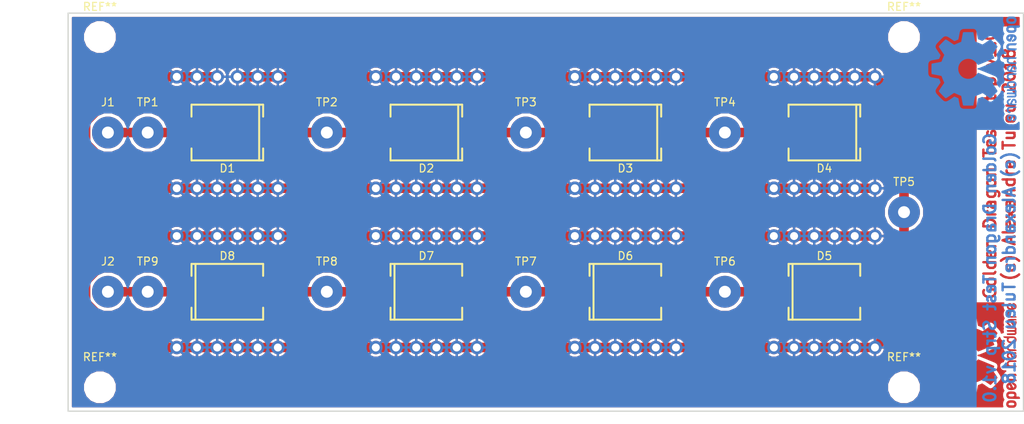
<source format=kicad_pcb>
(kicad_pcb (version 4) (host pcbnew 4.0.7+dfsg1-1~bpo9+1)
  (layers (0 F.Cu signal) (31 B.Cu signal) (34 B.Paste user) (35 F.Paste user) (36 B.SilkS user) (37 F.SilkS user) (38 B.Mask user) (39 F.Mask user) (44 Edge.Cuts user))
  (net 0 "")
  (net 1 "Net-(D1-Pad2)")
  (net 2 "Net-(D1-Pad1)")
  (net 3 "Net-(D1-Pad3)")
  (net 4 "Net-(D2-Pad1)")
  (net 5 "Net-(D2-Pad3)")
  (net 6 "Net-(D3-Pad1)")
  (net 7 "Net-(D3-Pad3)")
  (net 8 "Net-(D4-Pad1)")
  (net 9 "Net-(D4-Pad3)")
  (net 10 "Net-(D5-Pad1)")
  (net 11 "Net-(D5-Pad3)")
  (net 12 "Net-(D6-Pad1)")
  (net 13 "Net-(D6-Pad3)")
  (net 14 "Net-(D7-Pad1)")
  (net 15 "Net-(D7-Pad3)")
  (net 16 "Net-(D8-Pad1)")
  (net 17 "Net-(D8-Pad3)")
  (net 18 GND)
  (module Symbols:OSHW-Logo2_14.6x12mm_Copper (layer B.Cu) (at 179 57 270)
    (fp_text reference REF*** hide)
    (fp_text value OSHW-Logo2_14.6x12mm_Copper hide)
    (fp_poly (pts (xy -4.8281 -3.861903) (xy -4.71655 -3.917522) (xy -4.618092 -4.019931) (xy -4.590977 -4.057864) (xy -4.561438 -4.1075) (xy -4.542272 -4.161412) (xy -4.531307 -4.233364) (xy -4.526371 -4.337122) (xy -4.525287 -4.474101) (xy -4.530182 -4.661815) (xy -4.547196 -4.802758) (xy -4.579823 -4.907908) (xy -4.631558 -4.988243) (xy -4.705896 -5.054741) (xy -4.711358 -5.058678) (xy -4.78462 -5.098953) (xy -4.87284 -5.11888) (xy -4.985038 -5.123793) (xy -5.167433 -5.123793) (xy -5.167509 -5.300857) (xy -5.169207 -5.39947) (xy -5.17955 -5.457314) (xy -5.206578 -5.492006) (xy -5.258332 -5.521164) (xy -5.270761 -5.527121) (xy -5.328923 -5.555039) (xy -5.373956 -5.572672) (xy -5.407441 -5.574194) (xy -5.430962 -5.553781) (xy -5.4461 -5.505607) (xy -5.454437 -5.423846) (xy -5.457556 -5.302672) (xy -5.45704 -5.13626) (xy -5.454471 -4.918785) (xy -5.453668 -4.853736) (xy -5.450778 -4.629502) (xy -5.448188 -4.482821) (xy -5.167586 -4.482821) (xy -5.166009 -4.607326) (xy -5.159 -4.688787) (xy -5.143142 -4.742515) (xy -5.115019 -4.783823) (xy -5.095925 -4.803971) (xy -5.017865 -4.862921) (xy -4.948753 -4.86772) (xy -4.87744 -4.819038) (xy -4.875632 -4.817241) (xy -4.846617 -4.779618) (xy -4.828967 -4.728484) (xy -4.820064 -4.649738) (xy -4.817291 -4.529276) (xy -4.817241 -4.502588) (xy -4.823942 -4.336583) (xy -4.845752 -4.221505) (xy -4.885235 -4.151254) (xy -4.944956 -4.119729) (xy -4.979472 -4.116552) (xy -5.061389 -4.13146) (xy -5.117579 -4.180548) (xy -5.151402 -4.270362) (xy -5.16622 -4.407445) (xy -5.167586 -4.482821) (xy -5.448188 -4.482821) (xy -5.447713 -4.455952) (xy -5.443753 -4.325382) (xy -5.438174 -4.230087) (xy -5.430254 -4.162364) (xy -5.419269 -4.114507) (xy -5.404499 -4.078813) (xy -5.385218 -4.047578) (xy -5.376951 -4.035824) (xy -5.267288 -3.924797) (xy -5.128635 -3.861847) (xy -4.968246 -3.844297) (xy -4.8281 -3.861903)) (layer B.Cu) (width 0.01))
    (fp_poly (pts (xy -2.582571 -3.877719) (xy -2.488877 -3.931914) (xy -2.423736 -3.985707) (xy -2.376093 -4.042066) (xy -2.343272 -4.110987) (xy -2.322594 -4.202468) (xy -2.31138 -4.326506) (xy -2.306951 -4.493098) (xy -2.306437 -4.612851) (xy -2.306437 -5.053659) (xy -2.430517 -5.109283) (xy -2.554598 -5.164907) (xy -2.569195 -4.682095) (xy -2.575227 -4.501779) (xy -2.581555 -4.370901) (xy -2.589394 -4.280511) (xy -2.599963 -4.221664) (xy -2.614477 -4.185413) (xy -2.634152 -4.16281) (xy -2.640465 -4.157917) (xy -2.736112 -4.119706) (xy -2.832793 -4.134827) (xy -2.890345 -4.174943) (xy -2.913755 -4.20337) (xy -2.929961 -4.240672) (xy -2.940259 -4.297223) (xy -2.945951 -4.383394) (xy -2.948336 -4.509558) (xy -2.948736 -4.641042) (xy -2.948814 -4.805999) (xy -2.951639 -4.922761) (xy -2.961093 -5.00151) (xy -2.98106 -5.052431) (xy -3.015424 -5.085706) (xy -3.068068 -5.11152) (xy -3.138383 -5.138344) (xy -3.21518 -5.167542) (xy -3.206038 -4.649346) (xy -3.202357 -4.462539) (xy -3.19805 -4.32449) (xy -3.191877 -4.225568) (xy -3.182598 -4.156145) (xy -3.168973 -4.10659) (xy -3.149761 -4.067273) (xy -3.126598 -4.032584) (xy -3.014848 -3.92177) (xy -2.878487 -3.857689) (xy -2.730175 -3.842339) (xy -2.582571 -3.877719)) (layer B.Cu) (width 0.01))
    (fp_poly (pts (xy -5.951779 -3.866015) (xy -5.814939 -3.937968) (xy -5.713949 -4.053766) (xy -5.678075 -4.128213) (xy -5.650161 -4.239992) (xy -5.635871 -4.381227) (xy -5.634516 -4.535371) (xy -5.645405 -4.685879) (xy -5.667847 -4.816205) (xy -5.70115 -4.909803) (xy -5.711385 -4.925922) (xy -5.832618 -5.046249) (xy -5.976613 -5.118317) (xy -6.132861 -5.139408) (xy -6.290852 -5.106802) (xy -6.33482 -5.087253) (xy -6.420444 -5.027012) (xy -6.495592 -4.947135) (xy -6.502694 -4.937004) (xy -6.531561 -4.888181) (xy -6.550643 -4.83599) (xy -6.561916 -4.767285) (xy -6.567355 -4.668918) (xy -6.568938 -4.527744) (xy -6.568965 -4.496092) (xy -6.568893 -4.486019) (xy -6.277011 -4.486019) (xy -6.275313 -4.619256) (xy -6.268628 -4.707674) (xy -6.254575 -4.764785) (xy -6.230771 -4.804102) (xy -6.218621 -4.817241) (xy -6.148764 -4.867172) (xy -6.080941 -4.864895) (xy -6.012365 -4.821584) (xy -5.971465 -4.775346) (xy -5.947242 -4.707857) (xy -5.933639 -4.601433) (xy -5.932706 -4.58902) (xy -5.930384 -4.396147) (xy -5.95465 -4.2529) (xy -6.005176 -4.16016) (xy -6.081632 -4.118807) (xy -6.108924 -4.116552) (xy -6.180589 -4.127893) (xy -6.22961 -4.167184) (xy -6.259582 -4.242326) (xy -6.274101 -4.361222) (xy -6.277011 -4.486019) (xy -6.568893 -4.486019) (xy -6.567878 -4.345659) (xy -6.563312 -4.240549) (xy -6.553312 -4.167714) (xy -6.535921 -4.114108) (xy -6.509184 -4.066681) (xy -6.503276 -4.057864) (xy -6.403968 -3.939007) (xy -6.295758 -3.870008) (xy -6.164019 -3.842619) (xy -6.119283 -3.841281) (xy -5.951779 -3.866015)) (layer B.Cu) (width 0.01))
    (fp_poly (pts (xy -3.684448 -3.884676) (xy -3.569342 -3.962111) (xy -3.480389 -4.073949) (xy -3.427251 -4.216265) (xy -3.416503 -4.321015) (xy -3.417724 -4.364726) (xy -3.427944 -4.398194) (xy -3.456039 -4.428179) (xy -3.510884 -4.46144) (xy -3.601355 -4.504738) (xy -3.736328 -4.564833) (xy -3.737011 -4.565134) (xy -3.861249 -4.622037) (xy -3.963127 -4.672565) (xy -4.032233 -4.71128) (xy -4.058154 -4.73274) (xy -4.058161 -4.732913) (xy -4.035315 -4.779644) (xy -3.981891 -4.831154) (xy -3.920558 -4.868261) (xy -3.889485 -4.875632) (xy -3.804711 -4.850138) (xy -3.731707 -4.786291) (xy -3.696087 -4.716094) (xy -3.66182 -4.664343) (xy -3.594697 -4.605409) (xy -3.515792 -4.554496) (xy -3.446179 -4.526809) (xy -3.431623 -4.525287) (xy -3.415237 -4.550321) (xy -3.41425 -4.614311) (xy -3.426292 -4.700593) (xy -3.448993 -4.792501) (xy -3.479986 -4.873369) (xy -3.481552 -4.876509) (xy -3.574819 -5.006734) (xy -3.695696 -5.095311) (xy -3.832973 -5.138786) (xy -3.97544 -5.133706) (xy -4.111888 -5.076616) (xy -4.117955 -5.072602) (xy -4.22529 -4.975326) (xy -4.295868 -4.848409) (xy -4.334926 -4.681526) (xy -4.340168 -4.634639) (xy -4.349452 -4.413329) (xy -4.338322 -4.310124) (xy -4.058161 -4.310124) (xy -4.054521 -4.374503) (xy -4.034611 -4.393291) (xy -3.984974 -4.379235) (xy -3.906733 -4.346009) (xy -3.819274 -4.304359) (xy -3.817101 -4.303256) (xy -3.74297 -4.264265) (xy -3.713219 -4.238244) (xy -3.720555 -4.210965) (xy -3.751447 -4.175121) (xy -3.83004 -4.123251) (xy -3.914677 -4.119439) (xy -3.990597 -4.157189) (xy -4.043035 -4.230001) (xy -4.058161 -4.310124) (xy -4.338322 -4.310124) (xy -4.330356 -4.236261) (xy -4.281366 -4.095829) (xy -4.213164 -3.997447) (xy -4.090065 -3.89803) (xy -3.954472 -3.848711) (xy -3.816045 -3.845568) (xy -3.684448 -3.884676)) (layer B.Cu) (width 0.01))
    (fp_poly (pts (xy -1.255402 -3.723857) (xy -1.246846 -3.843188) (xy -1.237019 -3.913506) (xy -1.223401 -3.944179) (xy -1.203473 -3.944571) (xy -1.197011 -3.94091) (xy -1.11106 -3.914398) (xy -0.999255 -3.915946) (xy -0.885586 -3.943199) (xy -0.81449 -3.978455) (xy -0.741595 -4.034778) (xy -0.688307 -4.098519) (xy -0.651725 -4.17951) (xy -0.62895 -4.287586) (xy -0.617081 -4.43258) (xy -0.613218 -4.624326) (xy -0.613149 -4.661109) (xy -0.613103 -5.074288) (xy -0.705046 -5.106339) (xy -0.770348 -5.128144) (xy -0.806176 -5.138297) (xy -0.80723 -5.138391) (xy -0.810758 -5.11086) (xy -0.813761 -5.034923) (xy -0.81601 -4.920565) (xy -0.817276 -4.777769) (xy -0.817471 -4.690951) (xy -0.817877 -4.519773) (xy -0.819968 -4.397088) (xy -0.825053 -4.313) (xy -0.83444 -4.257614) (xy -0.849439 -4.221032) (xy -0.871358 -4.193359) (xy -0.885043 -4.180032) (xy -0.979051 -4.126328) (xy -1.081636 -4.122307) (xy -1.17471 -4.167725) (xy -1.191922 -4.184123) (xy -1.217168 -4.214957) (xy -1.23468 -4.251531) (xy -1.245858 -4.304415) (xy -1.252104 -4.384177) (xy -1.254818 -4.501385) (xy -1.255402 -4.662991) (xy -1.255402 -5.074288) (xy -1.347345 -5.106339) (xy -1.412647 -5.128144) (xy -1.448475 -5.138297) (xy -1.449529 -5.138391) (xy -1.452225 -5.110448) (xy -1.454655 -5.03163) (xy -1.456722 -4.909453) (xy -1.458329 -4.751432) (xy -1.459377 -4.565083) (xy -1.459769 -4.35792) (xy -1.45977 -4.348706) (xy -1.45977 -3.55902) (xy -1.364885 -3.518997) (xy -1.27 -3.478973) (xy -1.255402 -3.723857)) (layer B.Cu) (width 0.01))
    (fp_poly (pts (xy 0.079944 -3.92436) (xy 0.194343 -3.966842) (xy 0.195652 -3.967658) (xy 0.266403 -4.01973) (xy 0.318636 -4.080584) (xy 0.355371 -4.159887) (xy 0.379634 -4.267309) (xy 0.394445 -4.412517) (xy 0.402829 -4.605179) (xy 0.403564 -4.632628) (xy 0.41412 -5.046521) (xy 0.325291 -5.092456) (xy 0.261018 -5.123498) (xy 0.22221 -5.138206) (xy 0.220415 -5.138391) (xy 0.2137 -5.11125) (xy 0.208365 -5.038041) (xy 0.205083 -4.931081) (xy 0.204368 -4.844469) (xy 0.204351 -4.704162) (xy 0.197937 -4.616051) (xy 0.17558 -4.574025) (xy 0.127732 -4.571975) (xy 0.044849 -4.60379) (xy -0.080287 -4.662272) (xy -0.172303 -4.710845) (xy -0.219629 -4.752986) (xy -0.233542 -4.798916) (xy -0.233563 -4.801189) (xy -0.210605 -4.880311) (xy -0.14263 -4.923055) (xy -0.038602 -4.929246) (xy 0.03633 -4.928172) (xy 0.075839 -4.949753) (xy 0.100478 -5.001591) (xy 0.114659 -5.067632) (xy 0.094223 -5.105104) (xy 0.086528 -5.110467) (xy 0.014083 -5.132006) (xy -0.087367 -5.135055) (xy -0.191843 -5.120778) (xy -0.265875 -5.094688) (xy -0.368228 -5.007785) (xy -0.426409 -4.886816) (xy -0.437931 -4.792308) (xy -0.429138 -4.707062) (xy -0.39732 -4.637476) (xy -0.334316 -4.575672) (xy -0.231969 -4.513772) (xy -0.082118 -4.443897) (xy -0.072988 -4.439948) (xy 0.061997 -4.377588) (xy 0.145294 -4.326446) (xy 0.180997 -4.280488) (xy 0.173203 -4.233683) (xy 0.126007 -4.179998) (xy 0.111894 -4.167644) (xy 0.017359 -4.119741) (xy -0.080594 -4.121758) (xy -0.165903 -4.168724) (xy -0.222504 -4.255669) (xy -0.227763 -4.272734) (xy -0.278977 -4.355504) (xy -0.343963 -4.395372) (xy -0.437931 -4.434882) (xy -0.437931 -4.332658) (xy -0.409347 -4.184072) (xy -0.324505 -4.047784) (xy -0.280355 -4.002191) (xy -0.179995 -3.943674) (xy -0.052365 -3.917184) (xy 0.079944 -3.92436)) (layer B.Cu) (width 0.01))
    (fp_poly (pts (xy 1.065943 -3.92192) (xy 1.198565 -3.970859) (xy 1.30601 -4.057419) (xy 1.348032 -4.118352) (xy 1.393843 -4.230161) (xy 1.392891 -4.311006) (xy 1.344808 -4.365378) (xy 1.327017 -4.374624) (xy 1.250204 -4.40345) (xy 1.210976 -4.396065) (xy 1.197689 -4.347658) (xy 1.197012 -4.32092) (xy 1.172686 -4.222548) (xy 1.109281 -4.153734) (xy 1.021154 -4.120498) (xy 0.922663 -4.128861) (xy 0.842602 -4.172296) (xy 0.815561 -4.197072) (xy 0.796394 -4.227129) (xy 0.783446 -4.272565) (xy 0.775064 -4.343476) (xy 0.769593 -4.44996) (xy 0.765378 -4.602112) (xy 0.764287 -4.650287) (xy 0.760307 -4.815095) (xy 0.755781 -4.931088) (xy 0.748995 -5.007833) (xy 0.738231 -5.054893) (xy 0.721773 -5.081835) (xy 0.697906 -5.098223) (xy 0.682626 -5.105463) (xy 0.617733 -5.13022) (xy 0.579534 -5.138391) (xy 0.566912 -5.111103) (xy 0.559208 -5.028603) (xy 0.55638 -4.889941) (xy 0.558386 -4.694162) (xy 0.559011 -4.663965) (xy 0.563421 -4.485349) (xy 0.568635 -4.354923) (xy 0.576055 -4.262492) (xy 0.587082 -4.197858) (xy 0.603117 -4.150825) (xy 0.625561 -4.111196) (xy 0.637302 -4.094215) (xy 0.704619 -4.01908) (xy 0.77991 -3.960638) (xy 0.789128 -3.955536) (xy 0.924133 -3.91526) (xy 1.065943 -3.92192)) (layer B.Cu) (width 0.01))
    (fp_poly (pts (xy 2.393914 -4.154455) (xy 2.393543 -4.372661) (xy 2.392108 -4.540519) (xy 2.389002 -4.66607) (xy 2.383622 -4.757355) (xy 2.375362 -4.822415) (xy 2.363616 -4.869291) (xy 2.347781 -4.906024) (xy 2.33579 -4.926991) (xy 2.23649 -5.040694) (xy 2.110588 -5.111965) (xy 1.971291 -5.137538) (xy 1.831805 -5.11415) (xy 1.748743 -5.072119) (xy 1.661545 -4.999411) (xy 1.602117 -4.910612) (xy 1.566261 -4.79432) (xy 1.549781 -4.639135) (xy 1.547447 -4.525287) (xy 1.547761 -4.517106) (xy 1.751724 -4.517106) (xy 1.75297 -4.647657) (xy 1.758678 -4.73408) (xy 1.771804 -4.790618) (xy 1.795306 -4.831514) (xy 1.823386 -4.862362) (xy 1.917688 -4.921905) (xy 2.01894 -4.926992) (xy 2.114636 -4.877279) (xy 2.122084 -4.870543) (xy 2.153874 -4.835502) (xy 2.173808 -4.793811) (xy 2.1846 -4.731762) (xy 2.188965 -4.635644) (xy 2.189655 -4.529379) (xy 2.188159 -4.39588) (xy 2.181964 -4.306822) (xy 2.168514 -4.248293) (xy 2.145251 -4.206382) (xy 2.126175 -4.184123) (xy 2.037563 -4.127985) (xy 1.935508 -4.121235) (xy 1.838095 -4.164114) (xy 1.819296 -4.180032) (xy 1.787293 -4.215382) (xy 1.767318 -4.257502) (xy 1.756593 -4.320251) (xy 1.752339 -4.417487) (xy 1.751724 -4.517106) (xy 1.547761 -4.517106) (xy 1.554504 -4.341947) (xy 1.578472 -4.204195) (xy 1.623548 -4.100632) (xy 1.693928 -4.019856) (xy 1.748743 -3.978455) (xy 1.848376 -3.933728) (xy 1.963855 -3.912967) (xy 2.071199 -3.918525) (xy 2.131264 -3.940943) (xy 2.154835 -3.947323) (xy 2.170477 -3.923535) (xy 2.181395 -3.859788) (xy 2.189655 -3.762687) (xy 2.198699 -3.654541) (xy 2.211261 -3.589475) (xy 2.234119 -3.552268) (xy 2.274051 -3.527699) (xy 2.299138 -3.516819) (xy 2.394023 -3.477072) (xy 2.393914 -4.154455)) (layer B.Cu) (width 0.01))
    (fp_poly (pts (xy 3.580124 -3.93984) (xy 3.584579 -4.016653) (xy 3.588071 -4.133391) (xy 3.590315 -4.280821) (xy 3.591035 -4.435455) (xy 3.591035 -4.958727) (xy 3.498645 -5.051117) (xy 3.434978 -5.108047) (xy 3.379089 -5.131107) (xy 3.302702 -5.129647) (xy 3.27238 -5.125934) (xy 3.17761 -5.115126) (xy 3.099222 -5.108933) (xy 3.080115 -5.108361) (xy 3.015699 -5.112102) (xy 2.923571 -5.121494) (xy 2.88785 -5.125934) (xy 2.800114 -5.132801) (xy 2.741153 -5.117885) (xy 2.68269 -5.071835) (xy 2.661585 -5.051117) (xy 2.569195 -4.958727) (xy 2.569195 -3.979947) (xy 2.643558 -3.946066) (xy 2.70759 -3.92097) (xy 2.745052 -3.912184) (xy 2.754657 -3.93995) (xy 2.763635 -4.01753) (xy 2.771386 -4.136348) (xy 2.777314 -4.287828) (xy 2.780173 -4.415805) (xy 2.788161 -4.919425) (xy 2.857848 -4.929278) (xy 2.921229 -4.922389) (xy 2.952286 -4.900083) (xy 2.960967 -4.858379) (xy 2.968378 -4.769544) (xy 2.973931 -4.644834) (xy 2.977036 -4.495507) (xy 2.977484 -4.418661) (xy 2.977931 -3.976287) (xy 3.069874 -3.944235) (xy 3.134949 -3.922443) (xy 3.170347 -3.912281) (xy 3.171368 -3.912184) (xy 3.17492 -3.939809) (xy 3.178823 -4.016411) (xy 3.182751 -4.132579) (xy 3.186376 -4.278904) (xy 3.188908 -4.415805) (xy 3.196897 -4.919425) (xy 3.372069 -4.919425) (xy 3.380107 -4.459965) (xy 3.388146 -4.000505) (xy 3.473543 -3.956344) (xy 3.536593 -3.926019) (xy 3.57391 -3.912258) (xy 3.574987 -3.912184) (xy 3.580124 -3.93984)) (layer B.Cu) (width 0.01))
    (fp_poly (pts (xy 4.314406 -3.935156) (xy 4.398469 -3.973393) (xy 4.46445 -4.019726) (xy 4.512794 -4.071532) (xy 4.546172 -4.138363) (xy 4.567253 -4.229769) (xy 4.578707 -4.355301) (xy 4.583203 -4.524508) (xy 4.583678 -4.635933) (xy 4.583678 -5.070627) (xy 4.509316 -5.104509) (xy 4.450746 -5.129272) (xy 4.42173 -5.138391) (xy 4.416179 -5.111257) (xy 4.411775 -5.038094) (xy 4.409078 -4.931263) (xy 4.408506 -4.846437) (xy 4.406046 -4.723887) (xy 4.399412 -4.626668) (xy 4.389726 -4.567134) (xy 4.382032 -4.554483) (xy 4.330311 -4.567402) (xy 4.249117 -4.600539) (xy 4.155102 -4.645461) (xy 4.064917 -4.693735) (xy 3.995215 -4.736928) (xy 3.962648 -4.766608) (xy 3.962519 -4.766929) (xy 3.96532 -4.821857) (xy 3.990439 -4.874292) (xy 4.034541 -4.916881) (xy 4.098909 -4.931126) (xy 4.153921 -4.929466) (xy 4.231835 -4.928245) (xy 4.272732 -4.946498) (xy 4.297295 -4.994726) (xy 4.300392 -5.00382) (xy 4.31104 -5.072598) (xy 4.282565 -5.11436) (xy 4.208344 -5.134263) (xy 4.128168 -5.137944) (xy 3.98389 -5.110658) (xy 3.909203 -5.07169) (xy 3.816963 -4.980148) (xy 3.768043 -4.867782) (xy 3.763654 -4.749051) (xy 3.805001 -4.638411) (xy 3.867197 -4.56908) (xy 3.929294 -4.530265) (xy 4.026895 -4.481125) (xy 4.140632 -4.431292) (xy 4.15959 -4.423677) (xy 4.284521 -4.368545) (xy 4.356539 -4.319954) (xy 4.3797 -4.271647) (xy 4.358064 -4.21737) (xy 4.32092 -4.174943) (xy 4.233127 -4.122702) (xy 4.13653 -4.118784) (xy 4.047944 -4.159041) (xy 3.984186 -4.239326) (xy 3.975817 -4.26004) (xy 3.927096 -4.336225) (xy 3.855965 -4.392785) (xy 3.766207 -4.439201) (xy 3.766207 -4.307584) (xy 3.77149 -4.227168) (xy 3.794142 -4.163786) (xy 3.844367 -4.096163) (xy 3.892582 -4.044076) (xy 3.967554 -3.970322) (xy 4.025806 -3.930702) (xy 4.088372 -3.91481) (xy 4.159193 -3.912184) (xy 4.314406 -3.935156)) (layer B.Cu) (width 0.01))
    (fp_poly (pts (xy 5.33569 -3.940018) (xy 5.370585 -3.955269) (xy 5.453877 -4.021235) (xy 5.525103 -4.116618) (xy 5.569153 -4.218406) (xy 5.576322 -4.268587) (xy 5.552285 -4.338647) (xy 5.499561 -4.375717) (xy 5.443031 -4.398164) (xy 5.417146 -4.4023) (xy 5.404542 -4.372283) (xy 5.379654 -4.306961) (xy 5.368735 -4.277445) (xy 5.307508 -4.175348) (xy 5.218861 -4.124423) (xy 5.105193 -4.125989) (xy 5.096774 -4.127994) (xy 5.036088 -4.156767) (xy 4.991474 -4.212859) (xy 4.961002 -4.303163) (xy 4.942744 -4.434571) (xy 4.934771 -4.613974) (xy 4.934023 -4.709433) (xy 4.933652 -4.859913) (xy 4.931223 -4.962495) (xy 4.92476 -5.027672) (xy 4.912288 -5.065938) (xy 4.891833 -5.087785) (xy 4.861419 -5.103707) (xy 4.859661 -5.104509) (xy 4.801091 -5.129272) (xy 4.772075 -5.138391) (xy 4.767616 -5.110822) (xy 4.763799 -5.03462) (xy 4.760899 -4.919541) (xy 4.759191 -4.775341) (xy 4.758851 -4.669814) (xy 4.760588 -4.465613) (xy 4.767382 -4.310697) (xy 4.781607 -4.196024) (xy 4.805638 -4.112551) (xy 4.841848 -4.051236) (xy 4.892612 -4.003034) (xy 4.942739 -3.969393) (xy 5.063275 -3.924619) (xy 5.203557 -3.914521) (xy 5.33569 -3.940018)) (layer B.Cu) (width 0.01))
    (fp_poly (pts (xy 6.343439 -3.95654) (xy 6.45895 -4.032034) (xy 6.514664 -4.099617) (xy 6.558804 -4.222255) (xy 6.562309 -4.319298) (xy 6.554368 -4.449056) (xy 6.255115 -4.580039) (xy 6.109611 -4.646958) (xy 6.014537 -4.70079) (xy 5.965101 -4.747416) (xy 5.956511 -4.79272) (xy 5.983972 -4.842582) (xy 6.014253 -4.875632) (xy 6.102363 -4.928633) (xy 6.198196 -4.932347) (xy 6.286212 -4.891041) (xy 6.350869 -4.808983) (xy 6.362433 -4.780008) (xy 6.417825 -4.689509) (xy 6.481553 -4.65094) (xy 6.568966 -4.617946) (xy 6.568966 -4.743034) (xy 6.561238 -4.828156) (xy 6.530966 -4.899938) (xy 6.467518 -4.982356) (xy 6.458088 -4.993066) (xy 6.387513 -5.066391) (xy 6.326847 -5.105742) (xy 6.25095 -5.123845) (xy 6.18803 -5.129774) (xy 6.075487 -5.131251) (xy 5.99537 -5.112535) (xy 5.94539 -5.084747) (xy 5.866838 -5.023641) (xy 5.812463 -4.957554) (xy 5.778052 -4.874441) (xy 5.759388 -4.762254) (xy 5.752256 -4.608946) (xy 5.751687 -4.531136) (xy 5.753622 -4.437853) (xy 5.929899 -4.437853) (xy 5.931944 -4.487896) (xy 5.937039 -4.496092) (xy 5.970666 -4.484958) (xy 6.04303 -4.455493) (xy 6.139747 -4.413601) (xy 6.159973 -4.404597) (xy 6.282203 -4.342442) (xy 6.349547 -4.287815) (xy 6.364348 -4.236649) (xy 6.328947 -4.184876) (xy 6.299711 -4.162) (xy 6.194216 -4.11625) (xy 6.095476 -4.123808) (xy 6.012812 -4.179651) (xy 5.955548 -4.278753) (xy 5.937188 -4.357414) (xy 5.929899 -4.437853) (xy 5.753622 -4.437853) (xy 5.755459 -4.349351) (xy 5.769359 -4.214853) (xy 5.796894 -4.116916) (xy 5.841572 -4.044811) (xy 5.906901 -3.987813) (xy 5.935383 -3.969393) (xy 6.064763 -3.921422) (xy 6.206412 -3.918403) (xy 6.343439 -3.95654)) (layer B.Cu) (width 0.01))
    (fp_poly (pts (xy 0.209014 5.547002) (xy 0.367006 5.546137) (xy 0.481347 5.543795) (xy 0.559407 5.539238) (xy 0.608554 5.53173) (xy 0.636159 5.520534) (xy 0.649592 5.504912) (xy 0.656221 5.484127) (xy 0.656865 5.481437) (xy 0.666935 5.432887) (xy 0.685575 5.337095) (xy 0.710845 5.204257) (xy 0.740807 5.044569) (xy 0.773522 4.868226) (xy 0.774664 4.862033) (xy 0.807433 4.689218) (xy 0.838093 4.536531) (xy 0.864664 4.413129) (xy 0.885167 4.328169) (xy 0.897626 4.29081) (xy 0.89822 4.290148) (xy 0.934919 4.271905) (xy 1.010586 4.241503) (xy 1.108878 4.205507) (xy 1.109425 4.205315) (xy 1.233233 4.158778) (xy 1.379196 4.099496) (xy 1.516781 4.039891) (xy 1.523293 4.036944) (xy 1.74739 3.935235) (xy 2.243619 4.274103) (xy 2.395846 4.377408) (xy 2.533741 4.469763) (xy 2.649315 4.545916) (xy 2.734579 4.600615) (xy 2.781544 4.628607) (xy 2.786004 4.630683) (xy 2.820134 4.62144) (xy 2.883881 4.576844) (xy 2.979731 4.494791) (xy 3.110169 4.373179) (xy 3.243328 4.243795) (xy 3.371694 4.116298) (xy 3.486581 3.999954) (xy 3.581073 3.901948) (xy 3.648253 3.829464) (xy 3.681206 3.789687) (xy 3.682432 3.787639) (xy 3.686074 3.760344) (xy 3.67235 3.715766) (xy 3.637869 3.647888) (xy 3.579239 3.550689) (xy 3.49307 3.418149) (xy 3.3782 3.247524) (xy 3.276254 3.097345) (xy 3.185123 2.96265) (xy 3.110073 2.85126) (xy 3.056369 2.770995) (xy 3.02928 2.729675) (xy 3.027574 2.72687) (xy 3.030882 2.687279) (xy 3.055953 2.610331) (xy 3.097798 2.510568) (xy 3.112712 2.478709) (xy 3.177786 2.336774) (xy 3.247212 2.175727) (xy 3.303609 2.036379) (xy 3.344247 1.932956) (xy 3.376526 1.854358) (xy 3.395178 1.81328) (xy 3.397497 1.810115) (xy 3.431803 1.804872) (xy 3.512669 1.790506) (xy 3.629343 1.769063) (xy 3.771075 1.742587) (xy 3.92711 1.713123) (xy 4.086698 1.682717) (xy 4.239085 1.653412) (xy 4.373521 1.627255) (xy 4.479252 1.60629) (xy 4.545526 1.592561) (xy 4.561782 1.58868) (xy 4.578573 1.5791) (xy 4.591249 1.557464) (xy 4.600378 1.516469) (xy 4.606531 1.448811) (xy 4.61028 1.347188) (xy 4.612192 1.204297) (xy 4.61284 1.012835) (xy 4.612874 0.934355) (xy 4.612874 0.296094) (xy 4.459598 0.26584) (xy 4.374322 0.249436) (xy 4.24707 0.225491) (xy 4.093315 0.196893) (xy 3.928534 0.166533) (xy 3.882989 0.158194) (xy 3.730932 0.12863) (xy 3.598468 0.099558) (xy 3.496714 0.073671) (xy 3.436788 0.053663) (xy 3.426805 0.047699) (xy 3.402293 0.005466) (xy 3.367148 -0.07637) (xy 3.328173 -0.181683) (xy 3.320442 -0.204368) (xy 3.26936 -0.345018) (xy 3.205954 -0.503714) (xy 3.143904 -0.646225) (xy 3.143598 -0.646886) (xy 3.040267 -0.87044) (xy 3.719961 -1.870232) (xy 3.283621 -2.3073) (xy 3.151649 -2.437381) (xy 3.031279 -2.552048) (xy 2.929273 -2.645181) (xy 2.852391 -2.710658) (xy 2.807393 -2.742357) (xy 2.800938 -2.744368) (xy 2.76304 -2.728529) (xy 2.685708 -2.684496) (xy 2.577389 -2.61749) (xy 2.446532 -2.532734) (xy 2.305052 -2.437816) (xy 2.161461 -2.340998) (xy 2.033435 -2.256751) (xy 1.929105 -2.190258) (xy 1.8566 -2.146702) (xy 1.824158 -2.131264) (xy 1.784576 -2.144328) (xy 1.709519 -2.17875) (xy 1.614468 -2.22738) (xy 1.604392 -2.232785) (xy 1.476391 -2.29698) (xy 1.388618 -2.328463) (xy 1.334028 -2.328798) (xy 1.305575 -2.299548) (xy 1.30541 -2.299138) (xy 1.291188 -2.264498) (xy 1.257269 -2.182269) (xy 1.206284 -2.058814) (xy 1.140862 -1.900498) (xy 1.063634 -1.713686) (xy 0.977229 -1.504742) (xy 0.893551 -1.302446) (xy 0.801588 -1.0792) (xy 0.71715 -0.872392) (xy 0.642769 -0.688362) (xy 0.580974 -0.533451) (xy 0.534297 -0.413996) (xy 0.505268 -0.336339) (xy 0.496322 -0.307356) (xy 0.518756 -0.27411) (xy 0.577439 -0.221123) (xy 0.655689 -0.162704) (xy 0.878534 0.022048) (xy 1.052718 0.233818) (xy 1.176154 0.468144) (xy 1.246754 0.720566) (xy 1.262431 0.986623) (xy 1.251036 1.109425) (xy 1.18895 1.364207) (xy 1.082023 1.589199) (xy 0.936889 1.782183) (xy 0.760178 1.940939) (xy 0.558522 2.06325) (xy 0.338554 2.146895) (xy 0.106906 2.189656) (xy -0.129791 2.189313) (xy -0.364905 2.143648) (xy -0.591804 2.050441) (xy -0.803856 1.907473) (xy -0.892364 1.826617) (xy -1.062111 1.618993) (xy -1.180301 1.392105) (xy -1.247722 1.152567) (xy -1.26516 0.906993) (xy -1.233402 0.661997) (xy -1.153235 0.424192) (xy -1.025445 0.200193) (xy -0.85082 -0.003387) (xy -0.655688 -0.162704) (xy -0.574409 -0.223602) (xy -0.516991 -0.276015) (xy -0.496322 -0.307406) (xy -0.507144 -0.341639) (xy -0.537923 -0.423419) (xy -0.586126 -0.546407) (xy -0.649222 -0.704263) (xy -0.724678 -0.890649) (xy -0.809962 -1.099226) (xy -0.893781 -1.302496) (xy -0.986255 -1.525933) (xy -1.071911 -1.732984) (xy -1.148118 -1.917286) (xy -1.212247 -2.072475) (xy -1.261668 -2.192188) (xy -1.293752 -2.270061) (xy -1.305641 -2.299138) (xy -1.333726 -2.328677) (xy -1.388051 -2.328591) (xy -1.475605 -2.297326) (xy -1.603381 -2.233329) (xy -1.604392 -2.232785) (xy -1.700598 -2.183121) (xy -1.778369 -2.146945) (xy -1.822223 -2.131408) (xy -1.824158 -2.131264) (xy -1.857171 -2.147024) (xy -1.930054 -2.19085) (xy -2.034678 -2.257557) (xy -2.16291 -2.341964) (xy -2.305052 -2.437816) (xy -2.449767 -2.534867) (xy -2.580196 -2.61927) (xy -2.68789 -2.685801) (xy -2.764402 -2.729238) (xy -2.800938 -2.744368) (xy -2.834582 -2.724482) (xy -2.902224 -2.668903) (xy -2.997107 -2.583754) (xy -3.11247 -2.475153) (xy -3.241555 -2.349221) (xy -3.283771 -2.307149) (xy -3.720261 -1.869931) (xy -3.388023 -1.38234) (xy -3.287054 -1.232605) (xy -3.198438 -1.09822) (xy -3.127146 -0.986969) (xy -3.07815 -0.906639) (xy -3.056422 -0.865014) (xy -3.055785 -0.862053) (xy -3.06724 -0.822818) (xy -3.098051 -0.743895) (xy -3.142884 -0.638509) (xy -3.174353 -0.567954) (xy -3.233192 -0.432876) (xy -3.288604 -0.296409) (xy -3.331564 -0.181103) (xy -3.343234 -0.145977) (xy -3.376389 -0.052174) (xy -3.408799 0.020306) (xy -3.426601 0.047699) (xy -3.465886 0.064464) (xy -3.551626 0.08823) (xy -3.672697 0.116303) (xy -3.817973 0.145991) (xy -3.882988 0.158194) (xy -4.048087 0.188532) (xy -4.206448 0.217907) (xy -4.342596 0.243431) (xy -4.441057 0.262215) (xy -4.459598 0.26584) (xy -4.612873 0.296094) (xy -4.612873 0.934355) (xy -4.612529 1.14423) (xy -4.611116 1.30302) (xy -4.608064 1.418027) (xy -4.602803 1.496554) (xy -4.594763 1.545904) (xy -4.583373 1.573381) (xy -4.568063 1.586287) (xy -4.561782 1.58868) (xy -4.523896 1.597167) (xy -4.440195 1.6141) (xy -4.321433 1.637434) (xy -4.178361 1.665125) (xy -4.021732 1.695127) (xy -3.862297 1.725396) (xy -3.710809 1.753885) (xy -3.578019 1.778551) (xy -3.474681 1.797349) (xy -3.411545 1.808233) (xy -3.397497 1.810115) (xy -3.38477 1.835296) (xy -3.3566 1.902378) (xy -3.318252 1.998667) (xy -3.303609 2.036379) (xy -3.244548 2.182079) (xy -3.175 2.343049) (xy -3.112712 2.478709) (xy -3.066879 2.582439) (xy -3.036387 2.667674) (xy -3.026208 2.719874) (xy -3.027831 2.72687) (xy -3.049343 2.759898) (xy -3.098465 2.833357) (xy -3.169923 2.939423) (xy -3.258445 3.070274) (xy -3.358759 3.218088) (xy -3.378594 3.247266) (xy -3.494988 3.420137) (xy -3.580548 3.551774) (xy -3.638684 3.648239) (xy -3.672808 3.715592) (xy -3.686331 3.759894) (xy -3.682664 3.787206) (xy -3.68257 3.78738) (xy -3.653707 3.823254) (xy -3.589867 3.892609) (xy -3.497969 3.988255) (xy -3.384933 4.103001) (xy -3.257679 4.229659) (xy -3.243328 4.243795) (xy -3.082957 4.399097) (xy -2.959195 4.51313) (xy -2.869555 4.587998) (xy -2.811552 4.625804) (xy -2.786004 4.630683) (xy -2.748718 4.609397) (xy -2.671343 4.560227) (xy -2.561867 4.488425) (xy -2.42828 4.399245) (xy -2.27857 4.297937) (xy -2.243618 4.274103) (xy -1.74739 3.935235) (xy -1.523293 4.036944) (xy -1.387011 4.096217) (xy -1.240724 4.15583) (xy -1.114965 4.20336) (xy -1.109425 4.205315) (xy -1.011057 4.241323) (xy -0.935229 4.271771) (xy -0.898282 4.290095) (xy -0.89822 4.290148) (xy -0.886496 4.323271) (xy -0.866568 4.404733) (xy -0.840413 4.525375) (xy -0.81001 4.676041) (xy -0.777337 4.847572) (xy -0.774664 4.862033) (xy -0.74189 5.038765) (xy -0.711802 5.19919) (xy -0.686339 5.333112) (xy -0.667441 5.430337) (xy -0.657047 5.480668) (xy -0.656865 5.481437) (xy -0.650539 5.502847) (xy -0.638239 5.519012) (xy -0.612594 5.530669) (xy -0.566235 5.538555) (xy -0.491792 5.543407) (xy -0.381895 5.545961) (xy -0.229175 5.546955) (xy -0.026262 5.547126) (xy 0 5.547126) (xy 0.209014 5.547002)) (layer B.Cu) (width 0.01))
  )
  (module Wire_Pads:SolderWirePad_single_1-5mmDrill (layer F.Cu) (at 97.5 65)
    (fp_text reference TP2 (at 0 -3.81) (layer F.SilkS))
    (fp_text value TEST)
    (pad 1 thru_hole circle (at 0 0) (size 4.0005 4.0005) (drill 1.50114) (layers *.Cu *.Mask) (net 2 "Net-(D1-Pad1)"))
  )
  (module fort:OSRAM_Platinium_Dragon (layer F.Cu) (at 85 65)
    (fp_text reference D1 (at 0 4.5) (layer F.SilkS))
    (fp_text value LED_PAD)
    (pad 2 smd rect (at -5.15 0) (size 1.3 2.3) (layers F.Cu F.Paste F.Mask) (net 1 "Net-(D1-Pad2)"))
    (pad 1 smd rect (at 5.15 0) (size 1.3 2.3) (layers F.Cu F.Paste F.Mask) (net 2 "Net-(D1-Pad1)"))
    (pad 3 smd rect (at 0 0) (size 8.4 10) (layers F.Cu) (net 3 "Net-(D1-Pad3)"))
    (pad 3 smd rect (at -5.1 3.225) (size 1.8 3.55) (layers F.Cu) (net 3 "Net-(D1-Pad3)"))
    (pad 3 smd rect (at 5.1 -3.225) (size 1.8 3.55) (layers F.Cu) (net 3 "Net-(D1-Pad3)"))
    (pad 3 smd rect (at -5.1 -3.225) (size 1.8 3.55) (layers F.Cu) (net 3 "Net-(D1-Pad3)"))
    (pad 3 smd rect (at 5.1 3.225) (size 1.8 3.55) (layers F.Cu) (net 3 "Net-(D1-Pad3)"))
  )
  (module fort:OSRAM_Platinium_Dragon (layer F.Cu) (at 110 65)
    (fp_text reference D2 (at 0 4.5) (layer F.SilkS))
    (fp_text value LED_PAD)
    (pad 2 smd rect (at -5.15 0) (size 1.3 2.3) (layers F.Cu F.Paste F.Mask) (net 2 "Net-(D1-Pad1)"))
    (pad 1 smd rect (at 5.15 0) (size 1.3 2.3) (layers F.Cu F.Paste F.Mask) (net 4 "Net-(D2-Pad1)"))
    (pad 3 smd rect (at 0 0) (size 8.4 10) (layers F.Cu) (net 5 "Net-(D2-Pad3)"))
    (pad 3 smd rect (at -5.1 3.225) (size 1.8 3.55) (layers F.Cu) (net 5 "Net-(D2-Pad3)"))
    (pad 3 smd rect (at 5.1 -3.225) (size 1.8 3.55) (layers F.Cu) (net 5 "Net-(D2-Pad3)"))
    (pad 3 smd rect (at -5.1 -3.225) (size 1.8 3.55) (layers F.Cu) (net 5 "Net-(D2-Pad3)"))
    (pad 3 smd rect (at 5.1 3.225) (size 1.8 3.55) (layers F.Cu) (net 5 "Net-(D2-Pad3)"))
  )
  (module fort:OSRAM_Platinium_Dragon (layer F.Cu) (at 135 65)
    (fp_text reference D3 (at 0 4.5) (layer F.SilkS))
    (fp_text value LED_PAD)
    (pad 2 smd rect (at -5.15 0) (size 1.3 2.3) (layers F.Cu F.Paste F.Mask) (net 4 "Net-(D2-Pad1)"))
    (pad 1 smd rect (at 5.15 0) (size 1.3 2.3) (layers F.Cu F.Paste F.Mask) (net 6 "Net-(D3-Pad1)"))
    (pad 3 smd rect (at 0 0) (size 8.4 10) (layers F.Cu) (net 7 "Net-(D3-Pad3)"))
    (pad 3 smd rect (at -5.1 3.225) (size 1.8 3.55) (layers F.Cu) (net 7 "Net-(D3-Pad3)"))
    (pad 3 smd rect (at 5.1 -3.225) (size 1.8 3.55) (layers F.Cu) (net 7 "Net-(D3-Pad3)"))
    (pad 3 smd rect (at -5.1 -3.225) (size 1.8 3.55) (layers F.Cu) (net 7 "Net-(D3-Pad3)"))
    (pad 3 smd rect (at 5.1 3.225) (size 1.8 3.55) (layers F.Cu) (net 7 "Net-(D3-Pad3)"))
  )
  (module fort:OSRAM_Platinium_Dragon (layer F.Cu) (at 160 65)
    (fp_text reference D4 (at 0 4.5) (layer F.SilkS))
    (fp_text value LED_PAD)
    (pad 2 smd rect (at -5.15 0) (size 1.3 2.3) (layers F.Cu F.Paste F.Mask) (net 6 "Net-(D3-Pad1)"))
    (pad 1 smd rect (at 5.15 0) (size 1.3 2.3) (layers F.Cu F.Paste F.Mask) (net 8 "Net-(D4-Pad1)"))
    (pad 3 smd rect (at 0 0) (size 8.4 10) (layers F.Cu) (net 9 "Net-(D4-Pad3)"))
    (pad 3 smd rect (at -5.1 3.225) (size 1.8 3.55) (layers F.Cu) (net 9 "Net-(D4-Pad3)"))
    (pad 3 smd rect (at 5.1 -3.225) (size 1.8 3.55) (layers F.Cu) (net 9 "Net-(D4-Pad3)"))
    (pad 3 smd rect (at -5.1 -3.225) (size 1.8 3.55) (layers F.Cu) (net 9 "Net-(D4-Pad3)"))
    (pad 3 smd rect (at 5.1 3.225) (size 1.8 3.55) (layers F.Cu) (net 9 "Net-(D4-Pad3)"))
  )
  (module fort:OSRAM_Platinium_Dragon (layer F.Cu) (at 160 85 180)
    (fp_text reference D5 (at 0 4.5 180) (layer F.SilkS))
    (fp_text value LED_PAD)
    (pad 2 smd rect (at -5.15 0 180) (size 1.3 2.3) (layers F.Cu F.Paste F.Mask) (net 8 "Net-(D4-Pad1)"))
    (pad 1 smd rect (at 5.15 0 180) (size 1.3 2.3) (layers F.Cu F.Paste F.Mask) (net 10 "Net-(D5-Pad1)"))
    (pad 3 smd rect (at 0 0 180) (size 8.4 10) (layers F.Cu) (net 11 "Net-(D5-Pad3)"))
    (pad 3 smd rect (at -5.1 3.225 180) (size 1.8 3.55) (layers F.Cu) (net 11 "Net-(D5-Pad3)"))
    (pad 3 smd rect (at 5.1 -3.225 180) (size 1.8 3.55) (layers F.Cu) (net 11 "Net-(D5-Pad3)"))
    (pad 3 smd rect (at -5.1 -3.225 180) (size 1.8 3.55) (layers F.Cu) (net 11 "Net-(D5-Pad3)"))
    (pad 3 smd rect (at 5.1 3.225 180) (size 1.8 3.55) (layers F.Cu) (net 11 "Net-(D5-Pad3)"))
  )
  (module fort:OSRAM_Platinium_Dragon (layer F.Cu) (at 135 85 180)
    (fp_text reference D6 (at 0 4.5 180) (layer F.SilkS))
    (fp_text value LED_PAD)
    (pad 2 smd rect (at -5.15 0 180) (size 1.3 2.3) (layers F.Cu F.Paste F.Mask) (net 10 "Net-(D5-Pad1)"))
    (pad 1 smd rect (at 5.15 0 180) (size 1.3 2.3) (layers F.Cu F.Paste F.Mask) (net 12 "Net-(D6-Pad1)"))
    (pad 3 smd rect (at 0 0 180) (size 8.4 10) (layers F.Cu) (net 13 "Net-(D6-Pad3)"))
    (pad 3 smd rect (at -5.1 3.225 180) (size 1.8 3.55) (layers F.Cu) (net 13 "Net-(D6-Pad3)"))
    (pad 3 smd rect (at 5.1 -3.225 180) (size 1.8 3.55) (layers F.Cu) (net 13 "Net-(D6-Pad3)"))
    (pad 3 smd rect (at -5.1 -3.225 180) (size 1.8 3.55) (layers F.Cu) (net 13 "Net-(D6-Pad3)"))
    (pad 3 smd rect (at 5.1 3.225 180) (size 1.8 3.55) (layers F.Cu) (net 13 "Net-(D6-Pad3)"))
  )
  (module fort:OSRAM_Platinium_Dragon (layer F.Cu) (at 110 85 180)
    (fp_text reference D7 (at 0 4.5 180) (layer F.SilkS))
    (fp_text value LED_PAD)
    (pad 2 smd rect (at -5.15 0 180) (size 1.3 2.3) (layers F.Cu F.Paste F.Mask) (net 12 "Net-(D6-Pad1)"))
    (pad 1 smd rect (at 5.15 0 180) (size 1.3 2.3) (layers F.Cu F.Paste F.Mask) (net 14 "Net-(D7-Pad1)"))
    (pad 3 smd rect (at 0 0 180) (size 8.4 10) (layers F.Cu) (net 15 "Net-(D7-Pad3)"))
    (pad 3 smd rect (at -5.1 3.225 180) (size 1.8 3.55) (layers F.Cu) (net 15 "Net-(D7-Pad3)"))
    (pad 3 smd rect (at 5.1 -3.225 180) (size 1.8 3.55) (layers F.Cu) (net 15 "Net-(D7-Pad3)"))
    (pad 3 smd rect (at -5.1 -3.225 180) (size 1.8 3.55) (layers F.Cu) (net 15 "Net-(D7-Pad3)"))
    (pad 3 smd rect (at 5.1 3.225 180) (size 1.8 3.55) (layers F.Cu) (net 15 "Net-(D7-Pad3)"))
  )
  (module fort:OSRAM_Platinium_Dragon (layer F.Cu) (at 85 85 180)
    (fp_text reference D8 (at 0 4.5 180) (layer F.SilkS))
    (fp_text value LED_PAD)
    (pad 2 smd rect (at -5.15 0 180) (size 1.3 2.3) (layers F.Cu F.Paste F.Mask) (net 14 "Net-(D7-Pad1)"))
    (pad 1 smd rect (at 5.15 0 180) (size 1.3 2.3) (layers F.Cu F.Paste F.Mask) (net 16 "Net-(D8-Pad1)"))
    (pad 3 smd rect (at 0 0 180) (size 8.4 10) (layers F.Cu) (net 17 "Net-(D8-Pad3)"))
    (pad 3 smd rect (at -5.1 3.225 180) (size 1.8 3.55) (layers F.Cu) (net 17 "Net-(D8-Pad3)"))
    (pad 3 smd rect (at 5.1 -3.225 180) (size 1.8 3.55) (layers F.Cu) (net 17 "Net-(D8-Pad3)"))
    (pad 3 smd rect (at -5.1 -3.225 180) (size 1.8 3.55) (layers F.Cu) (net 17 "Net-(D8-Pad3)"))
    (pad 3 smd rect (at 5.1 3.225 180) (size 1.8 3.55) (layers F.Cu) (net 17 "Net-(D8-Pad3)"))
  )
  (module Wire_Pads:SolderWirePad_single_1-5mmDrill (layer F.Cu) (at 70 65)
    (fp_text reference J1 (at 0 -3.81) (layer F.SilkS))
    (fp_text value Conn_01x01)
    (pad 1 thru_hole circle (at 0 0) (size 4.0005 4.0005) (drill 1.50114) (layers *.Cu *.Mask) (net 1 "Net-(D1-Pad2)"))
  )
  (module Wire_Pads:SolderWirePad_single_1-5mmDrill (layer F.Cu) (at 70 85)
    (fp_text reference J2 (at 0 -3.81) (layer F.SilkS))
    (fp_text value Conn_01x01)
    (pad 1 thru_hole circle (at 0 0) (size 4.0005 4.0005) (drill 1.50114) (layers *.Cu *.Mask) (net 16 "Net-(D8-Pad1)"))
  )
  (module Wire_Pads:SolderWirePad_single_1-5mmDrill (layer F.Cu) (at 75 65)
    (fp_text reference TP1 (at 0 -3.81) (layer F.SilkS))
    (fp_text value TEST)
    (pad 1 thru_hole circle (at 0 0) (size 4.0005 4.0005) (drill 1.50114) (layers *.Cu *.Mask) (net 1 "Net-(D1-Pad2)"))
  )
  (module Wire_Pads:SolderWirePad_single_1-5mmDrill (layer F.Cu) (at 122.5 65)
    (fp_text reference TP3 (at 0 -3.81) (layer F.SilkS))
    (fp_text value TEST)
    (pad 1 thru_hole circle (at 0 0) (size 4.0005 4.0005) (drill 1.50114) (layers *.Cu *.Mask) (net 4 "Net-(D2-Pad1)"))
  )
  (module Wire_Pads:SolderWirePad_single_1-5mmDrill (layer F.Cu) (at 147.5 65)
    (fp_text reference TP4 (at 0 -3.81) (layer F.SilkS))
    (fp_text value TEST)
    (pad 1 thru_hole circle (at 0 0) (size 4.0005 4.0005) (drill 1.50114) (layers *.Cu *.Mask) (net 6 "Net-(D3-Pad1)"))
  )
  (module Wire_Pads:SolderWirePad_single_1-5mmDrill (layer F.Cu) (at 170 75)
    (fp_text reference TP5 (at 0 -3.81) (layer F.SilkS))
    (fp_text value TEST)
    (pad 1 thru_hole circle (at 0 0) (size 4.0005 4.0005) (drill 1.50114) (layers *.Cu *.Mask) (net 8 "Net-(D4-Pad1)"))
  )
  (module Wire_Pads:SolderWirePad_single_1-5mmDrill (layer F.Cu) (at 147.5 85)
    (fp_text reference TP6 (at 0 -3.81) (layer F.SilkS))
    (fp_text value TEST)
    (pad 1 thru_hole circle (at 0 0) (size 4.0005 4.0005) (drill 1.50114) (layers *.Cu *.Mask) (net 10 "Net-(D5-Pad1)"))
  )
  (module Wire_Pads:SolderWirePad_single_1-5mmDrill (layer F.Cu) (at 122.5 85)
    (fp_text reference TP7 (at 0 -3.81) (layer F.SilkS))
    (fp_text value TEST)
    (pad 1 thru_hole circle (at 0 0) (size 4.0005 4.0005) (drill 1.50114) (layers *.Cu *.Mask) (net 12 "Net-(D6-Pad1)"))
  )
  (module Wire_Pads:SolderWirePad_single_1-5mmDrill (layer F.Cu) (at 97.5 85)
    (fp_text reference TP8 (at 0 -3.81) (layer F.SilkS))
    (fp_text value TEST)
    (pad 1 thru_hole circle (at 0 0) (size 4.0005 4.0005) (drill 1.50114) (layers *.Cu *.Mask) (net 14 "Net-(D7-Pad1)"))
  )
  (module Wire_Pads:SolderWirePad_single_1-5mmDrill (layer F.Cu) (at 75 85)
    (fp_text reference TP9 (at 0 -3.81) (layer F.SilkS))
    (fp_text value TEST)
    (pad 1 thru_hole circle (at 0 0) (size 4.0005 4.0005) (drill 1.50114) (layers *.Cu *.Mask) (net 16 "Net-(D8-Pad1)"))
  )
  (module Symbols:OSHW-Logo2_14.6x12mm_Copper (layer F.Cu) (at 179 93 90)
    (fp_text reference REF*** hide)
    (fp_text value OSHW-Logo2_14.6x12mm_Copper hide)
    (fp_poly (pts (xy -4.8281 3.861903) (xy -4.71655 3.917522) (xy -4.618092 4.019931) (xy -4.590977 4.057864) (xy -4.561438 4.1075) (xy -4.542272 4.161412) (xy -4.531307 4.233364) (xy -4.526371 4.337122) (xy -4.525287 4.474101) (xy -4.530182 4.661815) (xy -4.547196 4.802758) (xy -4.579823 4.907908) (xy -4.631558 4.988243) (xy -4.705896 5.054741) (xy -4.711358 5.058678) (xy -4.78462 5.098953) (xy -4.87284 5.11888) (xy -4.985038 5.123793) (xy -5.167433 5.123793) (xy -5.167509 5.300857) (xy -5.169207 5.39947) (xy -5.17955 5.457314) (xy -5.206578 5.492006) (xy -5.258332 5.521164) (xy -5.270761 5.527121) (xy -5.328923 5.555039) (xy -5.373956 5.572672) (xy -5.407441 5.574194) (xy -5.430962 5.553781) (xy -5.4461 5.505607) (xy -5.454437 5.423846) (xy -5.457556 5.302672) (xy -5.45704 5.13626) (xy -5.454471 4.918785) (xy -5.453668 4.853736) (xy -5.450778 4.629502) (xy -5.448188 4.482821) (xy -5.167586 4.482821) (xy -5.166009 4.607326) (xy -5.159 4.688787) (xy -5.143142 4.742515) (xy -5.115019 4.783823) (xy -5.095925 4.803971) (xy -5.017865 4.862921) (xy -4.948753 4.86772) (xy -4.87744 4.819038) (xy -4.875632 4.817241) (xy -4.846617 4.779618) (xy -4.828967 4.728484) (xy -4.820064 4.649738) (xy -4.817291 4.529276) (xy -4.817241 4.502588) (xy -4.823942 4.336583) (xy -4.845752 4.221505) (xy -4.885235 4.151254) (xy -4.944956 4.119729) (xy -4.979472 4.116552) (xy -5.061389 4.13146) (xy -5.117579 4.180548) (xy -5.151402 4.270362) (xy -5.16622 4.407445) (xy -5.167586 4.482821) (xy -5.448188 4.482821) (xy -5.447713 4.455952) (xy -5.443753 4.325382) (xy -5.438174 4.230087) (xy -5.430254 4.162364) (xy -5.419269 4.114507) (xy -5.404499 4.078813) (xy -5.385218 4.047578) (xy -5.376951 4.035824) (xy -5.267288 3.924797) (xy -5.128635 3.861847) (xy -4.968246 3.844297) (xy -4.8281 3.861903)) (layer F.Cu) (width 0.01))
    (fp_poly (pts (xy -2.582571 3.877719) (xy -2.488877 3.931914) (xy -2.423736 3.985707) (xy -2.376093 4.042066) (xy -2.343272 4.110987) (xy -2.322594 4.202468) (xy -2.31138 4.326506) (xy -2.306951 4.493098) (xy -2.306437 4.612851) (xy -2.306437 5.053659) (xy -2.430517 5.109283) (xy -2.554598 5.164907) (xy -2.569195 4.682095) (xy -2.575227 4.501779) (xy -2.581555 4.370901) (xy -2.589394 4.280511) (xy -2.599963 4.221664) (xy -2.614477 4.185413) (xy -2.634152 4.16281) (xy -2.640465 4.157917) (xy -2.736112 4.119706) (xy -2.832793 4.134827) (xy -2.890345 4.174943) (xy -2.913755 4.20337) (xy -2.929961 4.240672) (xy -2.940259 4.297223) (xy -2.945951 4.383394) (xy -2.948336 4.509558) (xy -2.948736 4.641042) (xy -2.948814 4.805999) (xy -2.951639 4.922761) (xy -2.961093 5.00151) (xy -2.98106 5.052431) (xy -3.015424 5.085706) (xy -3.068068 5.11152) (xy -3.138383 5.138344) (xy -3.21518 5.167542) (xy -3.206038 4.649346) (xy -3.202357 4.462539) (xy -3.19805 4.32449) (xy -3.191877 4.225568) (xy -3.182598 4.156145) (xy -3.168973 4.10659) (xy -3.149761 4.067273) (xy -3.126598 4.032584) (xy -3.014848 3.92177) (xy -2.878487 3.857689) (xy -2.730175 3.842339) (xy -2.582571 3.877719)) (layer F.Cu) (width 0.01))
    (fp_poly (pts (xy -5.951779 3.866015) (xy -5.814939 3.937968) (xy -5.713949 4.053766) (xy -5.678075 4.128213) (xy -5.650161 4.239992) (xy -5.635871 4.381227) (xy -5.634516 4.535371) (xy -5.645405 4.685879) (xy -5.667847 4.816205) (xy -5.70115 4.909803) (xy -5.711385 4.925922) (xy -5.832618 5.046249) (xy -5.976613 5.118317) (xy -6.132861 5.139408) (xy -6.290852 5.106802) (xy -6.33482 5.087253) (xy -6.420444 5.027012) (xy -6.495592 4.947135) (xy -6.502694 4.937004) (xy -6.531561 4.888181) (xy -6.550643 4.83599) (xy -6.561916 4.767285) (xy -6.567355 4.668918) (xy -6.568938 4.527744) (xy -6.568965 4.496092) (xy -6.568893 4.486019) (xy -6.277011 4.486019) (xy -6.275313 4.619256) (xy -6.268628 4.707674) (xy -6.254575 4.764785) (xy -6.230771 4.804102) (xy -6.218621 4.817241) (xy -6.148764 4.867172) (xy -6.080941 4.864895) (xy -6.012365 4.821584) (xy -5.971465 4.775346) (xy -5.947242 4.707857) (xy -5.933639 4.601433) (xy -5.932706 4.58902) (xy -5.930384 4.396147) (xy -5.95465 4.2529) (xy -6.005176 4.16016) (xy -6.081632 4.118807) (xy -6.108924 4.116552) (xy -6.180589 4.127893) (xy -6.22961 4.167184) (xy -6.259582 4.242326) (xy -6.274101 4.361222) (xy -6.277011 4.486019) (xy -6.568893 4.486019) (xy -6.567878 4.345659) (xy -6.563312 4.240549) (xy -6.553312 4.167714) (xy -6.535921 4.114108) (xy -6.509184 4.066681) (xy -6.503276 4.057864) (xy -6.403968 3.939007) (xy -6.295758 3.870008) (xy -6.164019 3.842619) (xy -6.119283 3.841281) (xy -5.951779 3.866015)) (layer F.Cu) (width 0.01))
    (fp_poly (pts (xy -3.684448 3.884676) (xy -3.569342 3.962111) (xy -3.480389 4.073949) (xy -3.427251 4.216265) (xy -3.416503 4.321015) (xy -3.417724 4.364726) (xy -3.427944 4.398194) (xy -3.456039 4.428179) (xy -3.510884 4.46144) (xy -3.601355 4.504738) (xy -3.736328 4.564833) (xy -3.737011 4.565134) (xy -3.861249 4.622037) (xy -3.963127 4.672565) (xy -4.032233 4.71128) (xy -4.058154 4.73274) (xy -4.058161 4.732913) (xy -4.035315 4.779644) (xy -3.981891 4.831154) (xy -3.920558 4.868261) (xy -3.889485 4.875632) (xy -3.804711 4.850138) (xy -3.731707 4.786291) (xy -3.696087 4.716094) (xy -3.66182 4.664343) (xy -3.594697 4.605409) (xy -3.515792 4.554496) (xy -3.446179 4.526809) (xy -3.431623 4.525287) (xy -3.415237 4.550321) (xy -3.41425 4.614311) (xy -3.426292 4.700593) (xy -3.448993 4.792501) (xy -3.479986 4.873369) (xy -3.481552 4.876509) (xy -3.574819 5.006734) (xy -3.695696 5.095311) (xy -3.832973 5.138786) (xy -3.97544 5.133706) (xy -4.111888 5.076616) (xy -4.117955 5.072602) (xy -4.22529 4.975326) (xy -4.295868 4.848409) (xy -4.334926 4.681526) (xy -4.340168 4.634639) (xy -4.349452 4.413329) (xy -4.338322 4.310124) (xy -4.058161 4.310124) (xy -4.054521 4.374503) (xy -4.034611 4.393291) (xy -3.984974 4.379235) (xy -3.906733 4.346009) (xy -3.819274 4.304359) (xy -3.817101 4.303256) (xy -3.74297 4.264265) (xy -3.713219 4.238244) (xy -3.720555 4.210965) (xy -3.751447 4.175121) (xy -3.83004 4.123251) (xy -3.914677 4.119439) (xy -3.990597 4.157189) (xy -4.043035 4.230001) (xy -4.058161 4.310124) (xy -4.338322 4.310124) (xy -4.330356 4.236261) (xy -4.281366 4.095829) (xy -4.213164 3.997447) (xy -4.090065 3.89803) (xy -3.954472 3.848711) (xy -3.816045 3.845568) (xy -3.684448 3.884676)) (layer F.Cu) (width 0.01))
    (fp_poly (pts (xy -1.255402 3.723857) (xy -1.246846 3.843188) (xy -1.237019 3.913506) (xy -1.223401 3.944179) (xy -1.203473 3.944571) (xy -1.197011 3.94091) (xy -1.11106 3.914398) (xy -0.999255 3.915946) (xy -0.885586 3.943199) (xy -0.81449 3.978455) (xy -0.741595 4.034778) (xy -0.688307 4.098519) (xy -0.651725 4.17951) (xy -0.62895 4.287586) (xy -0.617081 4.43258) (xy -0.613218 4.624326) (xy -0.613149 4.661109) (xy -0.613103 5.074288) (xy -0.705046 5.106339) (xy -0.770348 5.128144) (xy -0.806176 5.138297) (xy -0.80723 5.138391) (xy -0.810758 5.11086) (xy -0.813761 5.034923) (xy -0.81601 4.920565) (xy -0.817276 4.777769) (xy -0.817471 4.690951) (xy -0.817877 4.519773) (xy -0.819968 4.397088) (xy -0.825053 4.313) (xy -0.83444 4.257614) (xy -0.849439 4.221032) (xy -0.871358 4.193359) (xy -0.885043 4.180032) (xy -0.979051 4.126328) (xy -1.081636 4.122307) (xy -1.17471 4.167725) (xy -1.191922 4.184123) (xy -1.217168 4.214957) (xy -1.23468 4.251531) (xy -1.245858 4.304415) (xy -1.252104 4.384177) (xy -1.254818 4.501385) (xy -1.255402 4.662991) (xy -1.255402 5.074288) (xy -1.347345 5.106339) (xy -1.412647 5.128144) (xy -1.448475 5.138297) (xy -1.449529 5.138391) (xy -1.452225 5.110448) (xy -1.454655 5.03163) (xy -1.456722 4.909453) (xy -1.458329 4.751432) (xy -1.459377 4.565083) (xy -1.459769 4.35792) (xy -1.45977 4.348706) (xy -1.45977 3.55902) (xy -1.364885 3.518997) (xy -1.27 3.478973) (xy -1.255402 3.723857)) (layer F.Cu) (width 0.01))
    (fp_poly (pts (xy 0.079944 3.92436) (xy 0.194343 3.966842) (xy 0.195652 3.967658) (xy 0.266403 4.01973) (xy 0.318636 4.080584) (xy 0.355371 4.159887) (xy 0.379634 4.267309) (xy 0.394445 4.412517) (xy 0.402829 4.605179) (xy 0.403564 4.632628) (xy 0.41412 5.046521) (xy 0.325291 5.092456) (xy 0.261018 5.123498) (xy 0.22221 5.138206) (xy 0.220415 5.138391) (xy 0.2137 5.11125) (xy 0.208365 5.038041) (xy 0.205083 4.931081) (xy 0.204368 4.844469) (xy 0.204351 4.704162) (xy 0.197937 4.616051) (xy 0.17558 4.574025) (xy 0.127732 4.571975) (xy 0.044849 4.60379) (xy -0.080287 4.662272) (xy -0.172303 4.710845) (xy -0.219629 4.752986) (xy -0.233542 4.798916) (xy -0.233563 4.801189) (xy -0.210605 4.880311) (xy -0.14263 4.923055) (xy -0.038602 4.929246) (xy 0.03633 4.928172) (xy 0.075839 4.949753) (xy 0.100478 5.001591) (xy 0.114659 5.067632) (xy 0.094223 5.105104) (xy 0.086528 5.110467) (xy 0.014083 5.132006) (xy -0.087367 5.135055) (xy -0.191843 5.120778) (xy -0.265875 5.094688) (xy -0.368228 5.007785) (xy -0.426409 4.886816) (xy -0.437931 4.792308) (xy -0.429138 4.707062) (xy -0.39732 4.637476) (xy -0.334316 4.575672) (xy -0.231969 4.513772) (xy -0.082118 4.443897) (xy -0.072988 4.439948) (xy 0.061997 4.377588) (xy 0.145294 4.326446) (xy 0.180997 4.280488) (xy 0.173203 4.233683) (xy 0.126007 4.179998) (xy 0.111894 4.167644) (xy 0.017359 4.119741) (xy -0.080594 4.121758) (xy -0.165903 4.168724) (xy -0.222504 4.255669) (xy -0.227763 4.272734) (xy -0.278977 4.355504) (xy -0.343963 4.395372) (xy -0.437931 4.434882) (xy -0.437931 4.332658) (xy -0.409347 4.184072) (xy -0.324505 4.047784) (xy -0.280355 4.002191) (xy -0.179995 3.943674) (xy -0.052365 3.917184) (xy 0.079944 3.92436)) (layer F.Cu) (width 0.01))
    (fp_poly (pts (xy 1.065943 3.92192) (xy 1.198565 3.970859) (xy 1.30601 4.057419) (xy 1.348032 4.118352) (xy 1.393843 4.230161) (xy 1.392891 4.311006) (xy 1.344808 4.365378) (xy 1.327017 4.374624) (xy 1.250204 4.40345) (xy 1.210976 4.396065) (xy 1.197689 4.347658) (xy 1.197012 4.32092) (xy 1.172686 4.222548) (xy 1.109281 4.153734) (xy 1.021154 4.120498) (xy 0.922663 4.128861) (xy 0.842602 4.172296) (xy 0.815561 4.197072) (xy 0.796394 4.227129) (xy 0.783446 4.272565) (xy 0.775064 4.343476) (xy 0.769593 4.44996) (xy 0.765378 4.602112) (xy 0.764287 4.650287) (xy 0.760307 4.815095) (xy 0.755781 4.931088) (xy 0.748995 5.007833) (xy 0.738231 5.054893) (xy 0.721773 5.081835) (xy 0.697906 5.098223) (xy 0.682626 5.105463) (xy 0.617733 5.13022) (xy 0.579534 5.138391) (xy 0.566912 5.111103) (xy 0.559208 5.028603) (xy 0.55638 4.889941) (xy 0.558386 4.694162) (xy 0.559011 4.663965) (xy 0.563421 4.485349) (xy 0.568635 4.354923) (xy 0.576055 4.262492) (xy 0.587082 4.197858) (xy 0.603117 4.150825) (xy 0.625561 4.111196) (xy 0.637302 4.094215) (xy 0.704619 4.01908) (xy 0.77991 3.960638) (xy 0.789128 3.955536) (xy 0.924133 3.91526) (xy 1.065943 3.92192)) (layer F.Cu) (width 0.01))
    (fp_poly (pts (xy 2.393914 4.154455) (xy 2.393543 4.372661) (xy 2.392108 4.540519) (xy 2.389002 4.66607) (xy 2.383622 4.757355) (xy 2.375362 4.822415) (xy 2.363616 4.869291) (xy 2.347781 4.906024) (xy 2.33579 4.926991) (xy 2.23649 5.040694) (xy 2.110588 5.111965) (xy 1.971291 5.137538) (xy 1.831805 5.11415) (xy 1.748743 5.072119) (xy 1.661545 4.999411) (xy 1.602117 4.910612) (xy 1.566261 4.79432) (xy 1.549781 4.639135) (xy 1.547447 4.525287) (xy 1.547761 4.517106) (xy 1.751724 4.517106) (xy 1.75297 4.647657) (xy 1.758678 4.73408) (xy 1.771804 4.790618) (xy 1.795306 4.831514) (xy 1.823386 4.862362) (xy 1.917688 4.921905) (xy 2.01894 4.926992) (xy 2.114636 4.877279) (xy 2.122084 4.870543) (xy 2.153874 4.835502) (xy 2.173808 4.793811) (xy 2.1846 4.731762) (xy 2.188965 4.635644) (xy 2.189655 4.529379) (xy 2.188159 4.39588) (xy 2.181964 4.306822) (xy 2.168514 4.248293) (xy 2.145251 4.206382) (xy 2.126175 4.184123) (xy 2.037563 4.127985) (xy 1.935508 4.121235) (xy 1.838095 4.164114) (xy 1.819296 4.180032) (xy 1.787293 4.215382) (xy 1.767318 4.257502) (xy 1.756593 4.320251) (xy 1.752339 4.417487) (xy 1.751724 4.517106) (xy 1.547761 4.517106) (xy 1.554504 4.341947) (xy 1.578472 4.204195) (xy 1.623548 4.100632) (xy 1.693928 4.019856) (xy 1.748743 3.978455) (xy 1.848376 3.933728) (xy 1.963855 3.912967) (xy 2.071199 3.918525) (xy 2.131264 3.940943) (xy 2.154835 3.947323) (xy 2.170477 3.923535) (xy 2.181395 3.859788) (xy 2.189655 3.762687) (xy 2.198699 3.654541) (xy 2.211261 3.589475) (xy 2.234119 3.552268) (xy 2.274051 3.527699) (xy 2.299138 3.516819) (xy 2.394023 3.477072) (xy 2.393914 4.154455)) (layer F.Cu) (width 0.01))
    (fp_poly (pts (xy 3.580124 3.93984) (xy 3.584579 4.016653) (xy 3.588071 4.133391) (xy 3.590315 4.280821) (xy 3.591035 4.435455) (xy 3.591035 4.958727) (xy 3.498645 5.051117) (xy 3.434978 5.108047) (xy 3.379089 5.131107) (xy 3.302702 5.129647) (xy 3.27238 5.125934) (xy 3.17761 5.115126) (xy 3.099222 5.108933) (xy 3.080115 5.108361) (xy 3.015699 5.112102) (xy 2.923571 5.121494) (xy 2.88785 5.125934) (xy 2.800114 5.132801) (xy 2.741153 5.117885) (xy 2.68269 5.071835) (xy 2.661585 5.051117) (xy 2.569195 4.958727) (xy 2.569195 3.979947) (xy 2.643558 3.946066) (xy 2.70759 3.92097) (xy 2.745052 3.912184) (xy 2.754657 3.93995) (xy 2.763635 4.01753) (xy 2.771386 4.136348) (xy 2.777314 4.287828) (xy 2.780173 4.415805) (xy 2.788161 4.919425) (xy 2.857848 4.929278) (xy 2.921229 4.922389) (xy 2.952286 4.900083) (xy 2.960967 4.858379) (xy 2.968378 4.769544) (xy 2.973931 4.644834) (xy 2.977036 4.495507) (xy 2.977484 4.418661) (xy 2.977931 3.976287) (xy 3.069874 3.944235) (xy 3.134949 3.922443) (xy 3.170347 3.912281) (xy 3.171368 3.912184) (xy 3.17492 3.939809) (xy 3.178823 4.016411) (xy 3.182751 4.132579) (xy 3.186376 4.278904) (xy 3.188908 4.415805) (xy 3.196897 4.919425) (xy 3.372069 4.919425) (xy 3.380107 4.459965) (xy 3.388146 4.000505) (xy 3.473543 3.956344) (xy 3.536593 3.926019) (xy 3.57391 3.912258) (xy 3.574987 3.912184) (xy 3.580124 3.93984)) (layer F.Cu) (width 0.01))
    (fp_poly (pts (xy 4.314406 3.935156) (xy 4.398469 3.973393) (xy 4.46445 4.019726) (xy 4.512794 4.071532) (xy 4.546172 4.138363) (xy 4.567253 4.229769) (xy 4.578707 4.355301) (xy 4.583203 4.524508) (xy 4.583678 4.635933) (xy 4.583678 5.070627) (xy 4.509316 5.104509) (xy 4.450746 5.129272) (xy 4.42173 5.138391) (xy 4.416179 5.111257) (xy 4.411775 5.038094) (xy 4.409078 4.931263) (xy 4.408506 4.846437) (xy 4.406046 4.723887) (xy 4.399412 4.626668) (xy 4.389726 4.567134) (xy 4.382032 4.554483) (xy 4.330311 4.567402) (xy 4.249117 4.600539) (xy 4.155102 4.645461) (xy 4.064917 4.693735) (xy 3.995215 4.736928) (xy 3.962648 4.766608) (xy 3.962519 4.766929) (xy 3.96532 4.821857) (xy 3.990439 4.874292) (xy 4.034541 4.916881) (xy 4.098909 4.931126) (xy 4.153921 4.929466) (xy 4.231835 4.928245) (xy 4.272732 4.946498) (xy 4.297295 4.994726) (xy 4.300392 5.00382) (xy 4.31104 5.072598) (xy 4.282565 5.11436) (xy 4.208344 5.134263) (xy 4.128168 5.137944) (xy 3.98389 5.110658) (xy 3.909203 5.07169) (xy 3.816963 4.980148) (xy 3.768043 4.867782) (xy 3.763654 4.749051) (xy 3.805001 4.638411) (xy 3.867197 4.56908) (xy 3.929294 4.530265) (xy 4.026895 4.481125) (xy 4.140632 4.431292) (xy 4.15959 4.423677) (xy 4.284521 4.368545) (xy 4.356539 4.319954) (xy 4.3797 4.271647) (xy 4.358064 4.21737) (xy 4.32092 4.174943) (xy 4.233127 4.122702) (xy 4.13653 4.118784) (xy 4.047944 4.159041) (xy 3.984186 4.239326) (xy 3.975817 4.26004) (xy 3.927096 4.336225) (xy 3.855965 4.392785) (xy 3.766207 4.439201) (xy 3.766207 4.307584) (xy 3.77149 4.227168) (xy 3.794142 4.163786) (xy 3.844367 4.096163) (xy 3.892582 4.044076) (xy 3.967554 3.970322) (xy 4.025806 3.930702) (xy 4.088372 3.91481) (xy 4.159193 3.912184) (xy 4.314406 3.935156)) (layer F.Cu) (width 0.01))
    (fp_poly (pts (xy 5.33569 3.940018) (xy 5.370585 3.955269) (xy 5.453877 4.021235) (xy 5.525103 4.116618) (xy 5.569153 4.218406) (xy 5.576322 4.268587) (xy 5.552285 4.338647) (xy 5.499561 4.375717) (xy 5.443031 4.398164) (xy 5.417146 4.4023) (xy 5.404542 4.372283) (xy 5.379654 4.306961) (xy 5.368735 4.277445) (xy 5.307508 4.175348) (xy 5.218861 4.124423) (xy 5.105193 4.125989) (xy 5.096774 4.127994) (xy 5.036088 4.156767) (xy 4.991474 4.212859) (xy 4.961002 4.303163) (xy 4.942744 4.434571) (xy 4.934771 4.613974) (xy 4.934023 4.709433) (xy 4.933652 4.859913) (xy 4.931223 4.962495) (xy 4.92476 5.027672) (xy 4.912288 5.065938) (xy 4.891833 5.087785) (xy 4.861419 5.103707) (xy 4.859661 5.104509) (xy 4.801091 5.129272) (xy 4.772075 5.138391) (xy 4.767616 5.110822) (xy 4.763799 5.03462) (xy 4.760899 4.919541) (xy 4.759191 4.775341) (xy 4.758851 4.669814) (xy 4.760588 4.465613) (xy 4.767382 4.310697) (xy 4.781607 4.196024) (xy 4.805638 4.112551) (xy 4.841848 4.051236) (xy 4.892612 4.003034) (xy 4.942739 3.969393) (xy 5.063275 3.924619) (xy 5.203557 3.914521) (xy 5.33569 3.940018)) (layer F.Cu) (width 0.01))
    (fp_poly (pts (xy 6.343439 3.95654) (xy 6.45895 4.032034) (xy 6.514664 4.099617) (xy 6.558804 4.222255) (xy 6.562309 4.319298) (xy 6.554368 4.449056) (xy 6.255115 4.580039) (xy 6.109611 4.646958) (xy 6.014537 4.70079) (xy 5.965101 4.747416) (xy 5.956511 4.79272) (xy 5.983972 4.842582) (xy 6.014253 4.875632) (xy 6.102363 4.928633) (xy 6.198196 4.932347) (xy 6.286212 4.891041) (xy 6.350869 4.808983) (xy 6.362433 4.780008) (xy 6.417825 4.689509) (xy 6.481553 4.65094) (xy 6.568966 4.617946) (xy 6.568966 4.743034) (xy 6.561238 4.828156) (xy 6.530966 4.899938) (xy 6.467518 4.982356) (xy 6.458088 4.993066) (xy 6.387513 5.066391) (xy 6.326847 5.105742) (xy 6.25095 5.123845) (xy 6.18803 5.129774) (xy 6.075487 5.131251) (xy 5.99537 5.112535) (xy 5.94539 5.084747) (xy 5.866838 5.023641) (xy 5.812463 4.957554) (xy 5.778052 4.874441) (xy 5.759388 4.762254) (xy 5.752256 4.608946) (xy 5.751687 4.531136) (xy 5.753622 4.437853) (xy 5.929899 4.437853) (xy 5.931944 4.487896) (xy 5.937039 4.496092) (xy 5.970666 4.484958) (xy 6.04303 4.455493) (xy 6.139747 4.413601) (xy 6.159973 4.404597) (xy 6.282203 4.342442) (xy 6.349547 4.287815) (xy 6.364348 4.236649) (xy 6.328947 4.184876) (xy 6.299711 4.162) (xy 6.194216 4.11625) (xy 6.095476 4.123808) (xy 6.012812 4.179651) (xy 5.955548 4.278753) (xy 5.937188 4.357414) (xy 5.929899 4.437853) (xy 5.753622 4.437853) (xy 5.755459 4.349351) (xy 5.769359 4.214853) (xy 5.796894 4.116916) (xy 5.841572 4.044811) (xy 5.906901 3.987813) (xy 5.935383 3.969393) (xy 6.064763 3.921422) (xy 6.206412 3.918403) (xy 6.343439 3.95654)) (layer F.Cu) (width 0.01))
    (fp_poly (pts (xy 0.209014 -5.547002) (xy 0.367006 -5.546137) (xy 0.481347 -5.543795) (xy 0.559407 -5.539238) (xy 0.608554 -5.53173) (xy 0.636159 -5.520534) (xy 0.649592 -5.504912) (xy 0.656221 -5.484127) (xy 0.656865 -5.481437) (xy 0.666935 -5.432887) (xy 0.685575 -5.337095) (xy 0.710845 -5.204257) (xy 0.740807 -5.044569) (xy 0.773522 -4.868226) (xy 0.774664 -4.862033) (xy 0.807433 -4.689218) (xy 0.838093 -4.536531) (xy 0.864664 -4.413129) (xy 0.885167 -4.328169) (xy 0.897626 -4.29081) (xy 0.89822 -4.290148) (xy 0.934919 -4.271905) (xy 1.010586 -4.241503) (xy 1.108878 -4.205507) (xy 1.109425 -4.205315) (xy 1.233233 -4.158778) (xy 1.379196 -4.099496) (xy 1.516781 -4.039891) (xy 1.523293 -4.036944) (xy 1.74739 -3.935235) (xy 2.243619 -4.274103) (xy 2.395846 -4.377408) (xy 2.533741 -4.469763) (xy 2.649315 -4.545916) (xy 2.734579 -4.600615) (xy 2.781544 -4.628607) (xy 2.786004 -4.630683) (xy 2.820134 -4.62144) (xy 2.883881 -4.576844) (xy 2.979731 -4.494791) (xy 3.110169 -4.373179) (xy 3.243328 -4.243795) (xy 3.371694 -4.116298) (xy 3.486581 -3.999954) (xy 3.581073 -3.901948) (xy 3.648253 -3.829464) (xy 3.681206 -3.789687) (xy 3.682432 -3.787639) (xy 3.686074 -3.760344) (xy 3.67235 -3.715766) (xy 3.637869 -3.647888) (xy 3.579239 -3.550689) (xy 3.49307 -3.418149) (xy 3.3782 -3.247524) (xy 3.276254 -3.097345) (xy 3.185123 -2.96265) (xy 3.110073 -2.85126) (xy 3.056369 -2.770995) (xy 3.02928 -2.729675) (xy 3.027574 -2.72687) (xy 3.030882 -2.687279) (xy 3.055953 -2.610331) (xy 3.097798 -2.510568) (xy 3.112712 -2.478709) (xy 3.177786 -2.336774) (xy 3.247212 -2.175727) (xy 3.303609 -2.036379) (xy 3.344247 -1.932956) (xy 3.376526 -1.854358) (xy 3.395178 -1.81328) (xy 3.397497 -1.810115) (xy 3.431803 -1.804872) (xy 3.512669 -1.790506) (xy 3.629343 -1.769063) (xy 3.771075 -1.742587) (xy 3.92711 -1.713123) (xy 4.086698 -1.682717) (xy 4.239085 -1.653412) (xy 4.373521 -1.627255) (xy 4.479252 -1.60629) (xy 4.545526 -1.592561) (xy 4.561782 -1.58868) (xy 4.578573 -1.5791) (xy 4.591249 -1.557464) (xy 4.600378 -1.516469) (xy 4.606531 -1.448811) (xy 4.61028 -1.347188) (xy 4.612192 -1.204297) (xy 4.61284 -1.012835) (xy 4.612874 -0.934355) (xy 4.612874 -0.296094) (xy 4.459598 -0.26584) (xy 4.374322 -0.249436) (xy 4.24707 -0.225491) (xy 4.093315 -0.196893) (xy 3.928534 -0.166533) (xy 3.882989 -0.158194) (xy 3.730932 -0.12863) (xy 3.598468 -0.099558) (xy 3.496714 -0.073671) (xy 3.436788 -0.053663) (xy 3.426805 -0.047699) (xy 3.402293 -0.005466) (xy 3.367148 0.07637) (xy 3.328173 0.181683) (xy 3.320442 0.204368) (xy 3.26936 0.345018) (xy 3.205954 0.503714) (xy 3.143904 0.646225) (xy 3.143598 0.646886) (xy 3.040267 0.87044) (xy 3.719961 1.870232) (xy 3.283621 2.3073) (xy 3.151649 2.437381) (xy 3.031279 2.552048) (xy 2.929273 2.645181) (xy 2.852391 2.710658) (xy 2.807393 2.742357) (xy 2.800938 2.744368) (xy 2.76304 2.728529) (xy 2.685708 2.684496) (xy 2.577389 2.61749) (xy 2.446532 2.532734) (xy 2.305052 2.437816) (xy 2.161461 2.340998) (xy 2.033435 2.256751) (xy 1.929105 2.190258) (xy 1.8566 2.146702) (xy 1.824158 2.131264) (xy 1.784576 2.144328) (xy 1.709519 2.17875) (xy 1.614468 2.22738) (xy 1.604392 2.232785) (xy 1.476391 2.29698) (xy 1.388618 2.328463) (xy 1.334028 2.328798) (xy 1.305575 2.299548) (xy 1.30541 2.299138) (xy 1.291188 2.264498) (xy 1.257269 2.182269) (xy 1.206284 2.058814) (xy 1.140862 1.900498) (xy 1.063634 1.713686) (xy 0.977229 1.504742) (xy 0.893551 1.302446) (xy 0.801588 1.0792) (xy 0.71715 0.872392) (xy 0.642769 0.688362) (xy 0.580974 0.533451) (xy 0.534297 0.413996) (xy 0.505268 0.336339) (xy 0.496322 0.307356) (xy 0.518756 0.27411) (xy 0.577439 0.221123) (xy 0.655689 0.162704) (xy 0.878534 -0.022048) (xy 1.052718 -0.233818) (xy 1.176154 -0.468144) (xy 1.246754 -0.720566) (xy 1.262431 -0.986623) (xy 1.251036 -1.109425) (xy 1.18895 -1.364207) (xy 1.082023 -1.589199) (xy 0.936889 -1.782183) (xy 0.760178 -1.940939) (xy 0.558522 -2.06325) (xy 0.338554 -2.146895) (xy 0.106906 -2.189656) (xy -0.129791 -2.189313) (xy -0.364905 -2.143648) (xy -0.591804 -2.050441) (xy -0.803856 -1.907473) (xy -0.892364 -1.826617) (xy -1.062111 -1.618993) (xy -1.180301 -1.392105) (xy -1.247722 -1.152567) (xy -1.26516 -0.906993) (xy -1.233402 -0.661997) (xy -1.153235 -0.424192) (xy -1.025445 -0.200193) (xy -0.85082 0.003387) (xy -0.655688 0.162704) (xy -0.574409 0.223602) (xy -0.516991 0.276015) (xy -0.496322 0.307406) (xy -0.507144 0.341639) (xy -0.537923 0.423419) (xy -0.586126 0.546407) (xy -0.649222 0.704263) (xy -0.724678 0.890649) (xy -0.809962 1.099226) (xy -0.893781 1.302496) (xy -0.986255 1.525933) (xy -1.071911 1.732984) (xy -1.148118 1.917286) (xy -1.212247 2.072475) (xy -1.261668 2.192188) (xy -1.293752 2.270061) (xy -1.305641 2.299138) (xy -1.333726 2.328677) (xy -1.388051 2.328591) (xy -1.475605 2.297326) (xy -1.603381 2.233329) (xy -1.604392 2.232785) (xy -1.700598 2.183121) (xy -1.778369 2.146945) (xy -1.822223 2.131408) (xy -1.824158 2.131264) (xy -1.857171 2.147024) (xy -1.930054 2.19085) (xy -2.034678 2.257557) (xy -2.16291 2.341964) (xy -2.305052 2.437816) (xy -2.449767 2.534867) (xy -2.580196 2.61927) (xy -2.68789 2.685801) (xy -2.764402 2.729238) (xy -2.800938 2.744368) (xy -2.834582 2.724482) (xy -2.902224 2.668903) (xy -2.997107 2.583754) (xy -3.11247 2.475153) (xy -3.241555 2.349221) (xy -3.283771 2.307149) (xy -3.720261 1.869931) (xy -3.388023 1.38234) (xy -3.287054 1.232605) (xy -3.198438 1.09822) (xy -3.127146 0.986969) (xy -3.07815 0.906639) (xy -3.056422 0.865014) (xy -3.055785 0.862053) (xy -3.06724 0.822818) (xy -3.098051 0.743895) (xy -3.142884 0.638509) (xy -3.174353 0.567954) (xy -3.233192 0.432876) (xy -3.288604 0.296409) (xy -3.331564 0.181103) (xy -3.343234 0.145977) (xy -3.376389 0.052174) (xy -3.408799 -0.020306) (xy -3.426601 -0.047699) (xy -3.465886 -0.064464) (xy -3.551626 -0.08823) (xy -3.672697 -0.116303) (xy -3.817973 -0.145991) (xy -3.882988 -0.158194) (xy -4.048087 -0.188532) (xy -4.206448 -0.217907) (xy -4.342596 -0.243431) (xy -4.441057 -0.262215) (xy -4.459598 -0.26584) (xy -4.612873 -0.296094) (xy -4.612873 -0.934355) (xy -4.612529 -1.14423) (xy -4.611116 -1.30302) (xy -4.608064 -1.418027) (xy -4.602803 -1.496554) (xy -4.594763 -1.545904) (xy -4.583373 -1.573381) (xy -4.568063 -1.586287) (xy -4.561782 -1.58868) (xy -4.523896 -1.597167) (xy -4.440195 -1.6141) (xy -4.321433 -1.637434) (xy -4.178361 -1.665125) (xy -4.021732 -1.695127) (xy -3.862297 -1.725396) (xy -3.710809 -1.753885) (xy -3.578019 -1.778551) (xy -3.474681 -1.797349) (xy -3.411545 -1.808233) (xy -3.397497 -1.810115) (xy -3.38477 -1.835296) (xy -3.3566 -1.902378) (xy -3.318252 -1.998667) (xy -3.303609 -2.036379) (xy -3.244548 -2.182079) (xy -3.175 -2.343049) (xy -3.112712 -2.478709) (xy -3.066879 -2.582439) (xy -3.036387 -2.667674) (xy -3.026208 -2.719874) (xy -3.027831 -2.72687) (xy -3.049343 -2.759898) (xy -3.098465 -2.833357) (xy -3.169923 -2.939423) (xy -3.258445 -3.070274) (xy -3.358759 -3.218088) (xy -3.378594 -3.247266) (xy -3.494988 -3.420137) (xy -3.580548 -3.551774) (xy -3.638684 -3.648239) (xy -3.672808 -3.715592) (xy -3.686331 -3.759894) (xy -3.682664 -3.787206) (xy -3.68257 -3.78738) (xy -3.653707 -3.823254) (xy -3.589867 -3.892609) (xy -3.497969 -3.988255) (xy -3.384933 -4.103001) (xy -3.257679 -4.229659) (xy -3.243328 -4.243795) (xy -3.082957 -4.399097) (xy -2.959195 -4.51313) (xy -2.869555 -4.587998) (xy -2.811552 -4.625804) (xy -2.786004 -4.630683) (xy -2.748718 -4.609397) (xy -2.671343 -4.560227) (xy -2.561867 -4.488425) (xy -2.42828 -4.399245) (xy -2.27857 -4.297937) (xy -2.243618 -4.274103) (xy -1.74739 -3.935235) (xy -1.523293 -4.036944) (xy -1.387011 -4.096217) (xy -1.240724 -4.15583) (xy -1.114965 -4.20336) (xy -1.109425 -4.205315) (xy -1.011057 -4.241323) (xy -0.935229 -4.271771) (xy -0.898282 -4.290095) (xy -0.89822 -4.290148) (xy -0.886496 -4.323271) (xy -0.866568 -4.404733) (xy -0.840413 -4.525375) (xy -0.81001 -4.676041) (xy -0.777337 -4.847572) (xy -0.774664 -4.862033) (xy -0.74189 -5.038765) (xy -0.711802 -5.19919) (xy -0.686339 -5.333112) (xy -0.667441 -5.430337) (xy -0.657047 -5.480668) (xy -0.656865 -5.481437) (xy -0.650539 -5.502847) (xy -0.638239 -5.519012) (xy -0.612594 -5.530669) (xy -0.566235 -5.538555) (xy -0.491792 -5.543407) (xy -0.381895 -5.545961) (xy -0.229175 -5.546955) (xy -0.026262 -5.547126) (xy 0 -5.547126) (xy 0.209014 -5.547002)) (layer F.Cu) (width 0.01))
  )
  (module Mounting_Holes:MountingHole_3.2mm_M3_DIN965 (layer F.Cu) (at 69 53)
    (fp_text reference REF** (at 0 -3.8) (layer F.SilkS))
    (fp_text value MountingHole_3.2mm_M3_DIN965)
    (pad 1 np_thru_hole circle (at 0 0) (size 3.2 3.2) (drill 3.2) (layers *.Cu *.Mask))
  )
  (module Mounting_Holes:MountingHole_3.2mm_M3_DIN965 (layer F.Cu) (at 69 97)
    (fp_text reference REF** (at 0 -3.8) (layer F.SilkS))
    (fp_text value MountingHole_3.2mm_M3_DIN965)
    (pad 1 np_thru_hole circle (at 0 0) (size 3.2 3.2) (drill 3.2) (layers *.Cu *.Mask))
  )
  (module Mounting_Holes:MountingHole_3.2mm_M3_DIN965 (layer F.Cu) (at 170 97)
    (fp_text reference REF** (at 0 -3.8) (layer F.SilkS))
    (fp_text value MountingHole_3.2mm_M3_DIN965)
    (pad 1 np_thru_hole circle (at 0 0) (size 3.2 3.2) (drill 3.2) (layers *.Cu *.Mask))
  )
  (module Mounting_Holes:MountingHole_3.2mm_M3_DIN965 (layer F.Cu) (at 170 53)
    (fp_text reference REF** (at 0 -3.8) (layer F.SilkS))
    (fp_text value MountingHole_3.2mm_M3_DIN965)
    (pad 1 np_thru_hole circle (at 0 0) (size 3.2 3.2) (drill 3.2) (layers *.Cu *.Mask))
  )
  (module fort:Pin_Header_Straight_1x06_Pitch2.54mm_Centered (layer F.Cu) (at 135 78 90)
    (fp_text reference J18 hide)
    (fp_text value Conn_01x06 hide)
    (pad 1 thru_hole circle (at 0 -6.35 90) (size 1.7 1.7) (drill 1) (layers *.Cu *.Mask) (net 18 GND))
    (pad 2 thru_hole oval (at 0 -3.81 90) (size 1.7 1.7) (drill 1) (layers *.Cu *.Mask) (net 18 GND))
    (pad 3 thru_hole oval (at 0 -1.27 90) (size 1.7 1.7) (drill 1) (layers *.Cu *.Mask) (net 18 GND))
    (pad 4 thru_hole oval (at 0 1.27 90) (size 1.7 1.7) (drill 1) (layers *.Cu *.Mask) (net 18 GND))
    (pad 5 thru_hole oval (at 0 3.81 90) (size 1.7 1.7) (drill 1) (layers *.Cu *.Mask) (net 18 GND))
    (pad 6 thru_hole oval (at 0 6.35 90) (size 1.7 1.7) (drill 1) (layers *.Cu *.Mask) (net 18 GND))
  )
  (module fort:Pin_Header_Straight_1x06_Pitch2.54mm_Centered (layer F.Cu) (at 110 78 90)
    (fp_text reference J17 hide)
    (fp_text value Conn_01x06 hide)
    (pad 1 thru_hole circle (at 0 -6.35 90) (size 1.7 1.7) (drill 1) (layers *.Cu *.Mask) (net 18 GND))
    (pad 2 thru_hole oval (at 0 -3.81 90) (size 1.7 1.7) (drill 1) (layers *.Cu *.Mask) (net 18 GND))
    (pad 3 thru_hole oval (at 0 -1.27 90) (size 1.7 1.7) (drill 1) (layers *.Cu *.Mask) (net 18 GND))
    (pad 4 thru_hole oval (at 0 1.27 90) (size 1.7 1.7) (drill 1) (layers *.Cu *.Mask) (net 18 GND))
    (pad 5 thru_hole oval (at 0 3.81 90) (size 1.7 1.7) (drill 1) (layers *.Cu *.Mask) (net 18 GND))
    (pad 6 thru_hole oval (at 0 6.35 90) (size 1.7 1.7) (drill 1) (layers *.Cu *.Mask) (net 18 GND))
  )
  (module fort:Pin_Header_Straight_1x06_Pitch2.54mm_Centered (layer F.Cu) (at 85 78 90)
    (fp_text reference J16 hide)
    (fp_text value Conn_01x06 hide)
    (pad 1 thru_hole circle (at 0 -6.35 90) (size 1.7 1.7) (drill 1) (layers *.Cu *.Mask) (net 18 GND))
    (pad 2 thru_hole oval (at 0 -3.81 90) (size 1.7 1.7) (drill 1) (layers *.Cu *.Mask) (net 18 GND))
    (pad 3 thru_hole oval (at 0 -1.27 90) (size 1.7 1.7) (drill 1) (layers *.Cu *.Mask) (net 18 GND))
    (pad 4 thru_hole oval (at 0 1.27 90) (size 1.7 1.7) (drill 1) (layers *.Cu *.Mask) (net 18 GND))
    (pad 5 thru_hole oval (at 0 3.81 90) (size 1.7 1.7) (drill 1) (layers *.Cu *.Mask) (net 18 GND))
    (pad 6 thru_hole oval (at 0 6.35 90) (size 1.7 1.7) (drill 1) (layers *.Cu *.Mask) (net 18 GND))
  )
  (module fort:Pin_Header_Straight_1x06_Pitch2.54mm_Centered (layer F.Cu) (at 160 58 90)
    (fp_text reference J15 hide)
    (fp_text value Conn_01x06 hide)
    (pad 1 thru_hole circle (at 0 -6.35 90) (size 1.7 1.7) (drill 1) (layers *.Cu *.Mask) (net 18 GND))
    (pad 2 thru_hole oval (at 0 -3.81 90) (size 1.7 1.7) (drill 1) (layers *.Cu *.Mask) (net 18 GND))
    (pad 3 thru_hole oval (at 0 -1.27 90) (size 1.7 1.7) (drill 1) (layers *.Cu *.Mask) (net 18 GND))
    (pad 4 thru_hole oval (at 0 1.27 90) (size 1.7 1.7) (drill 1) (layers *.Cu *.Mask) (net 18 GND))
    (pad 5 thru_hole oval (at 0 3.81 90) (size 1.7 1.7) (drill 1) (layers *.Cu *.Mask) (net 18 GND))
    (pad 6 thru_hole oval (at 0 6.35 90) (size 1.7 1.7) (drill 1) (layers *.Cu *.Mask) (net 18 GND))
  )
  (module fort:Pin_Header_Straight_1x06_Pitch2.54mm_Centered (layer F.Cu) (at 135 58 90)
    (fp_text reference J14 hide)
    (fp_text value Conn_01x06 hide)
    (pad 1 thru_hole circle (at 0 -6.35 90) (size 1.7 1.7) (drill 1) (layers *.Cu *.Mask) (net 18 GND))
    (pad 2 thru_hole oval (at 0 -3.81 90) (size 1.7 1.7) (drill 1) (layers *.Cu *.Mask) (net 18 GND))
    (pad 3 thru_hole oval (at 0 -1.27 90) (size 1.7 1.7) (drill 1) (layers *.Cu *.Mask) (net 18 GND))
    (pad 4 thru_hole oval (at 0 1.27 90) (size 1.7 1.7) (drill 1) (layers *.Cu *.Mask) (net 18 GND))
    (pad 5 thru_hole oval (at 0 3.81 90) (size 1.7 1.7) (drill 1) (layers *.Cu *.Mask) (net 18 GND))
    (pad 6 thru_hole oval (at 0 6.35 90) (size 1.7 1.7) (drill 1) (layers *.Cu *.Mask) (net 18 GND))
  )
  (module fort:Pin_Header_Straight_1x06_Pitch2.54mm_Centered (layer F.Cu) (at 110 72 90)
    (fp_text reference J13 hide)
    (fp_text value Conn_01x06 hide)
    (pad 1 thru_hole circle (at 0 -6.35 90) (size 1.7 1.7) (drill 1) (layers *.Cu *.Mask) (net 18 GND))
    (pad 2 thru_hole oval (at 0 -3.81 90) (size 1.7 1.7) (drill 1) (layers *.Cu *.Mask) (net 18 GND))
    (pad 3 thru_hole oval (at 0 -1.27 90) (size 1.7 1.7) (drill 1) (layers *.Cu *.Mask) (net 18 GND))
    (pad 4 thru_hole oval (at 0 1.27 90) (size 1.7 1.7) (drill 1) (layers *.Cu *.Mask) (net 18 GND))
    (pad 5 thru_hole oval (at 0 3.81 90) (size 1.7 1.7) (drill 1) (layers *.Cu *.Mask) (net 18 GND))
    (pad 6 thru_hole oval (at 0 6.35 90) (size 1.7 1.7) (drill 1) (layers *.Cu *.Mask) (net 18 GND))
  )
  (module fort:Pin_Header_Straight_1x06_Pitch2.54mm_Centered (layer F.Cu) (at 160 92 90)
    (fp_text reference J12 hide)
    (fp_text value Conn_01x06 hide)
    (pad 1 thru_hole circle (at 0 -6.35 90) (size 1.7 1.7) (drill 1) (layers *.Cu *.Mask) (net 18 GND))
    (pad 2 thru_hole oval (at 0 -3.81 90) (size 1.7 1.7) (drill 1) (layers *.Cu *.Mask) (net 18 GND))
    (pad 3 thru_hole oval (at 0 -1.27 90) (size 1.7 1.7) (drill 1) (layers *.Cu *.Mask) (net 18 GND))
    (pad 4 thru_hole oval (at 0 1.27 90) (size 1.7 1.7) (drill 1) (layers *.Cu *.Mask) (net 18 GND))
    (pad 5 thru_hole oval (at 0 3.81 90) (size 1.7 1.7) (drill 1) (layers *.Cu *.Mask) (net 18 GND))
    (pad 6 thru_hole oval (at 0 6.35 90) (size 1.7 1.7) (drill 1) (layers *.Cu *.Mask) (net 18 GND))
  )
  (module fort:Pin_Header_Straight_1x06_Pitch2.54mm_Centered (layer F.Cu) (at 135 92 90)
    (fp_text reference J11 hide)
    (fp_text value Conn_01x06 hide)
    (pad 1 thru_hole circle (at 0 -6.35 90) (size 1.7 1.7) (drill 1) (layers *.Cu *.Mask) (net 18 GND))
    (pad 2 thru_hole oval (at 0 -3.81 90) (size 1.7 1.7) (drill 1) (layers *.Cu *.Mask) (net 18 GND))
    (pad 3 thru_hole oval (at 0 -1.27 90) (size 1.7 1.7) (drill 1) (layers *.Cu *.Mask) (net 18 GND))
    (pad 4 thru_hole oval (at 0 1.27 90) (size 1.7 1.7) (drill 1) (layers *.Cu *.Mask) (net 18 GND))
    (pad 5 thru_hole oval (at 0 3.81 90) (size 1.7 1.7) (drill 1) (layers *.Cu *.Mask) (net 18 GND))
    (pad 6 thru_hole oval (at 0 6.35 90) (size 1.7 1.7) (drill 1) (layers *.Cu *.Mask) (net 18 GND))
  )
  (module fort:Pin_Header_Straight_1x06_Pitch2.54mm_Centered (layer F.Cu) (at 110 92 90)
    (fp_text reference J10 hide)
    (fp_text value Conn_01x06 hide)
    (pad 1 thru_hole circle (at 0 -6.35 90) (size 1.7 1.7) (drill 1) (layers *.Cu *.Mask) (net 18 GND))
    (pad 2 thru_hole oval (at 0 -3.81 90) (size 1.7 1.7) (drill 1) (layers *.Cu *.Mask) (net 18 GND))
    (pad 3 thru_hole oval (at 0 -1.27 90) (size 1.7 1.7) (drill 1) (layers *.Cu *.Mask) (net 18 GND))
    (pad 4 thru_hole oval (at 0 1.27 90) (size 1.7 1.7) (drill 1) (layers *.Cu *.Mask) (net 18 GND))
    (pad 5 thru_hole oval (at 0 3.81 90) (size 1.7 1.7) (drill 1) (layers *.Cu *.Mask) (net 18 GND))
    (pad 6 thru_hole oval (at 0 6.35 90) (size 1.7 1.7) (drill 1) (layers *.Cu *.Mask) (net 18 GND))
  )
  (module fort:Pin_Header_Straight_1x06_Pitch2.54mm_Centered (layer F.Cu) (at 85 92 90)
    (fp_text reference J9 hide)
    (fp_text value Conn_01x06 hide)
    (pad 1 thru_hole circle (at 0 -6.35 90) (size 1.7 1.7) (drill 1) (layers *.Cu *.Mask) (net 18 GND))
    (pad 2 thru_hole oval (at 0 -3.81 90) (size 1.7 1.7) (drill 1) (layers *.Cu *.Mask) (net 18 GND))
    (pad 3 thru_hole oval (at 0 -1.27 90) (size 1.7 1.7) (drill 1) (layers *.Cu *.Mask) (net 18 GND))
    (pad 4 thru_hole oval (at 0 1.27 90) (size 1.7 1.7) (drill 1) (layers *.Cu *.Mask) (net 18 GND))
    (pad 5 thru_hole oval (at 0 3.81 90) (size 1.7 1.7) (drill 1) (layers *.Cu *.Mask) (net 18 GND))
    (pad 6 thru_hole oval (at 0 6.35 90) (size 1.7 1.7) (drill 1) (layers *.Cu *.Mask) (net 18 GND))
  )
  (module fort:Pin_Header_Straight_1x06_Pitch2.54mm_Centered (layer F.Cu) (at 135 72 90)
    (fp_text reference J8 hide)
    (fp_text value Conn_01x06 hide)
    (pad 1 thru_hole circle (at 0 -6.35 90) (size 1.7 1.7) (drill 1) (layers *.Cu *.Mask) (net 18 GND))
    (pad 2 thru_hole oval (at 0 -3.81 90) (size 1.7 1.7) (drill 1) (layers *.Cu *.Mask) (net 18 GND))
    (pad 3 thru_hole oval (at 0 -1.27 90) (size 1.7 1.7) (drill 1) (layers *.Cu *.Mask) (net 18 GND))
    (pad 4 thru_hole oval (at 0 1.27 90) (size 1.7 1.7) (drill 1) (layers *.Cu *.Mask) (net 18 GND))
    (pad 5 thru_hole oval (at 0 3.81 90) (size 1.7 1.7) (drill 1) (layers *.Cu *.Mask) (net 18 GND))
    (pad 6 thru_hole oval (at 0 6.35 90) (size 1.7 1.7) (drill 1) (layers *.Cu *.Mask) (net 18 GND))
  )
  (module fort:Pin_Header_Straight_1x06_Pitch2.54mm_Centered (layer F.Cu) (at 160 78 90)
    (fp_text reference J7 hide)
    (fp_text value Conn_01x06 hide)
    (pad 1 thru_hole circle (at 0 -6.35 90) (size 1.7 1.7) (drill 1) (layers *.Cu *.Mask) (net 18 GND))
    (pad 2 thru_hole oval (at 0 -3.81 90) (size 1.7 1.7) (drill 1) (layers *.Cu *.Mask) (net 18 GND))
    (pad 3 thru_hole oval (at 0 -1.27 90) (size 1.7 1.7) (drill 1) (layers *.Cu *.Mask) (net 18 GND))
    (pad 4 thru_hole oval (at 0 1.27 90) (size 1.7 1.7) (drill 1) (layers *.Cu *.Mask) (net 18 GND))
    (pad 5 thru_hole oval (at 0 3.81 90) (size 1.7 1.7) (drill 1) (layers *.Cu *.Mask) (net 18 GND))
    (pad 6 thru_hole oval (at 0 6.35 90) (size 1.7 1.7) (drill 1) (layers *.Cu *.Mask) (net 18 GND))
  )
  (module fort:Pin_Header_Straight_1x06_Pitch2.54mm_Centered (layer F.Cu) (at 160 72 90)
    (fp_text reference J6 hide)
    (fp_text value Conn_01x06 hide)
    (pad 1 thru_hole circle (at 0 -6.35 90) (size 1.7 1.7) (drill 1) (layers *.Cu *.Mask) (net 18 GND))
    (pad 2 thru_hole oval (at 0 -3.81 90) (size 1.7 1.7) (drill 1) (layers *.Cu *.Mask) (net 18 GND))
    (pad 3 thru_hole oval (at 0 -1.27 90) (size 1.7 1.7) (drill 1) (layers *.Cu *.Mask) (net 18 GND))
    (pad 4 thru_hole oval (at 0 1.27 90) (size 1.7 1.7) (drill 1) (layers *.Cu *.Mask) (net 18 GND))
    (pad 5 thru_hole oval (at 0 3.81 90) (size 1.7 1.7) (drill 1) (layers *.Cu *.Mask) (net 18 GND))
    (pad 6 thru_hole oval (at 0 6.35 90) (size 1.7 1.7) (drill 1) (layers *.Cu *.Mask) (net 18 GND))
  )
  (module fort:Pin_Header_Straight_1x06_Pitch2.54mm_Centered (layer F.Cu) (at 110 58 90)
    (fp_text reference J5 hide)
    (fp_text value Conn_01x06 hide)
    (pad 1 thru_hole circle (at 0 -6.35 90) (size 1.7 1.7) (drill 1) (layers *.Cu *.Mask) (net 18 GND))
    (pad 2 thru_hole oval (at 0 -3.81 90) (size 1.7 1.7) (drill 1) (layers *.Cu *.Mask) (net 18 GND))
    (pad 3 thru_hole oval (at 0 -1.27 90) (size 1.7 1.7) (drill 1) (layers *.Cu *.Mask) (net 18 GND))
    (pad 4 thru_hole oval (at 0 1.27 90) (size 1.7 1.7) (drill 1) (layers *.Cu *.Mask) (net 18 GND))
    (pad 5 thru_hole oval (at 0 3.81 90) (size 1.7 1.7) (drill 1) (layers *.Cu *.Mask) (net 18 GND))
    (pad 6 thru_hole oval (at 0 6.35 90) (size 1.7 1.7) (drill 1) (layers *.Cu *.Mask) (net 18 GND))
  )
  (module fort:Pin_Header_Straight_1x06_Pitch2.54mm_Centered (layer F.Cu) (at 85 72 90)
    (fp_text reference J4 hide)
    (fp_text value Conn_01x06 hide)
    (pad 1 thru_hole circle (at 0 -6.35 90) (size 1.7 1.7) (drill 1) (layers *.Cu *.Mask) (net 18 GND))
    (pad 2 thru_hole oval (at 0 -3.81 90) (size 1.7 1.7) (drill 1) (layers *.Cu *.Mask) (net 18 GND))
    (pad 3 thru_hole oval (at 0 -1.27 90) (size 1.7 1.7) (drill 1) (layers *.Cu *.Mask) (net 18 GND))
    (pad 4 thru_hole oval (at 0 1.27 90) (size 1.7 1.7) (drill 1) (layers *.Cu *.Mask) (net 18 GND))
    (pad 5 thru_hole oval (at 0 3.81 90) (size 1.7 1.7) (drill 1) (layers *.Cu *.Mask) (net 18 GND))
    (pad 6 thru_hole oval (at 0 6.35 90) (size 1.7 1.7) (drill 1) (layers *.Cu *.Mask) (net 18 GND))
  )
  (module fort:Pin_Header_Straight_1x06_Pitch2.54mm_Centered (layer F.Cu) (at 85 58 90)
    (fp_text reference J3 hide)
    (fp_text value Conn_01x06 hide)
    (pad 1 thru_hole circle (at 0 -6.35 90) (size 1.7 1.7) (drill 1) (layers *.Cu *.Mask) (net 18 GND))
    (pad 2 thru_hole oval (at 0 -3.81 90) (size 1.7 1.7) (drill 1) (layers *.Cu *.Mask) (net 18 GND))
    (pad 3 thru_hole oval (at 0 -1.27 90) (size 1.7 1.7) (drill 1) (layers *.Cu *.Mask) (net 18 GND))
    (pad 4 thru_hole oval (at 0 1.27 90) (size 1.7 1.7) (drill 1) (layers *.Cu *.Mask) (net 18 GND))
    (pad 5 thru_hole oval (at 0 3.81 90) (size 1.7 1.7) (drill 1) (layers *.Cu *.Mask) (net 18 GND))
    (pad 6 thru_hole oval (at 0 6.35 90) (size 1.7 1.7) (drill 1) (layers *.Cu *.Mask) (net 18 GND))
  )
  (gr_text - (at 68 90) (layer F.Cu) (effects (font (size 1.5 1.5) (thickness 0.3))))
  (gr_text + (at 68 60) (layer F.Cu) (effects (font (size 1.5 1.5) (thickness 0.3))))
  (gr_line (start 65 100) (end 65 50) (layer Edge.Cuts) (width 0.15))
  (gr_line (start 185 100) (end 65 100) (layer Edge.Cuts) (width 0.15))
  (gr_line (start 185 50) (end 185 100) (layer Edge.Cuts) (width 0.15))
  (gr_line (start 65 50) (end 185 50) (layer Edge.Cuts) (width 0.15))
  (gr_text "Golden Dragon Test Strp v1.0\n(c) Alexandre Tuleu 2018" (at 182 82 90) (layer B.Cu) (effects (font (size 1.5 1.5) (thickness 0.3)) (justify mirror)))
  (gr_text "Golden Dragon Test Strp v1.0\n(c) Alexandre Tuleu 2018" (at 182 69 90) (layer F.Cu) (effects (font (size 1.5 1.5) (thickness 0.3))))
  (segment (start 79.85 65) (end 75 65) (width 1.2) (layer F.Cu) (net 1))
  (segment (start 75 65) (end 70 65) (width 1.2) (layer F.Cu) (net 1))
  (segment (start 97.5 65) (end 104.85 65) (width 1.2) (layer F.Cu) (net 2))
  (segment (start 90.15 65) (end 97.5 65) (width 1.2) (layer F.Cu) (net 2))
  (segment (start 122.5 65) (end 129.85 65) (width 1.2) (layer F.Cu) (net 4))
  (segment (start 115.15 65) (end 122.5 65) (width 1.2) (layer F.Cu) (net 4))
  (segment (start 147.5 65) (end 154.85 65) (width 1.2) (layer F.Cu) (net 6))
  (segment (start 140.15 65) (end 147.5 65) (width 1.2) (layer F.Cu) (net 6))
  (segment (start 170 75) (end 170 82.29) (width 1.2) (layer F.Cu) (net 8))
  (segment (start 170 82.29) (end 167.29 85) (width 1.2) (layer F.Cu) (net 8))
  (segment (start 167.29 85) (end 167 85) (width 1.2) (layer F.Cu) (net 8))
  (segment (start 167 85) (end 165.15 85) (width 1.2) (layer F.Cu) (net 8))
  (segment (start 165.15 65) (end 167 65) (width 1.2) (layer F.Cu) (net 8))
  (segment (start 167 65) (end 170 68) (width 1.2) (layer F.Cu) (net 8))
  (segment (start 170 68) (end 170 72.17122) (width 1.2) (layer F.Cu) (net 8))
  (segment (start 170 72.17122) (end 170 75) (width 1.2) (layer F.Cu) (net 8))
  (segment (start 147.5 85) (end 140.15 85) (width 1.2) (layer F.Cu) (net 10))
  (segment (start 154.85 85) (end 147.5 85) (width 1.2) (layer F.Cu) (net 10))
  (segment (start 122.5 85) (end 115.15 85) (width 1.2) (layer F.Cu) (net 12))
  (segment (start 129.85 85) (end 122.5 85) (width 1.2) (layer F.Cu) (net 12))
  (segment (start 97.5 85) (end 90.15 85) (width 1.2) (layer F.Cu) (net 14))
  (segment (start 104.85 85) (end 97.5 85) (width 1.2) (layer F.Cu) (net 14))
  (segment (start 75 85) (end 70 85) (width 1.2) (layer F.Cu) (net 16))
  (segment (start 79.85 85) (end 75 85) (width 1.2) (layer F.Cu) (net 16))
  (segment (start 83.73 78) (end 81.19 78) (width 1.2) (layer F.Cu) (net 18))
  (segment (start 86.27 78) (end 83.73 78) (width 1.2) (layer F.Cu) (net 18))
  (segment (start 88.81 78) (end 86.27 78) (width 1.2) (layer F.Cu) (net 18))
  (segment (start 91.35 78) (end 88.81 78) (width 1.2) (layer F.Cu) (net 18))
  (segment (start 103.65 78) (end 91.35 78) (width 1.2) (layer F.Cu) (net 18))
  (segment (start 106.19 78) (end 103.65 78) (width 1.2) (layer F.Cu) (net 18))
  (segment (start 108.73 78) (end 106.19 78) (width 1.2) (layer F.Cu) (net 18))
  (segment (start 111.27 78) (end 108.73 78) (width 1.2) (layer F.Cu) (net 18))
  (segment (start 113.81 78) (end 111.27 78) (width 1.2) (layer F.Cu) (net 18))
  (segment (start 116.35 78) (end 113.81 78) (width 1.2) (layer F.Cu) (net 18))
  (segment (start 128.65 78) (end 116.35 78) (width 1.2) (layer F.Cu) (net 18))
  (segment (start 131.19 78) (end 128.65 78) (width 1.2) (layer F.Cu) (net 18))
  (segment (start 133.73 78) (end 131.19 78) (width 1.2) (layer F.Cu) (net 18))
  (segment (start 136.27 78) (end 133.73 78) (width 1.2) (layer F.Cu) (net 18))
  (segment (start 138.81 78) (end 136.27 78) (width 1.2) (layer F.Cu) (net 18))
  (segment (start 141.35 78) (end 138.81 78) (width 1.2) (layer F.Cu) (net 18))
  (segment (start 153.65 78) (end 141.35 78) (width 1.2) (layer F.Cu) (net 18))
  (segment (start 156.19 78) (end 153.65 78) (width 1.2) (layer F.Cu) (net 18))
  (segment (start 156.19 78) (end 158.73 78) (width 1.2) (layer F.Cu) (net 18))
  (segment (start 161.27 78) (end 158.73 78) (width 1.2) (layer F.Cu) (net 18))
  (segment (start 163.81 78) (end 161.27 78) (width 1.2) (layer F.Cu) (net 18))
  (segment (start 166.35 78) (end 163.81 78) (width 1.2) (layer F.Cu) (net 18))
  (segment (start 166.35 72) (end 163.81 72) (width 1.2) (layer F.Cu) (net 18))
  (segment (start 161.27 72) (end 163.81 72) (width 1.2) (layer F.Cu) (net 18))
  (segment (start 158.73 72) (end 161.27 72) (width 1.2) (layer F.Cu) (net 18))
  (segment (start 158.73 72) (end 156.19 72) (width 1.2) (layer F.Cu) (net 18))
  (segment (start 153.65 72) (end 156.19 72) (width 1.2) (layer F.Cu) (net 18))
  (segment (start 141.35 72) (end 153.65 72) (width 1.2) (layer F.Cu) (net 18))
  (segment (start 138.81 72) (end 141.35 72) (width 1.2) (layer F.Cu) (net 18))
  (segment (start 136.27 72) (end 138.81 72) (width 1.2) (layer F.Cu) (net 18))
  (segment (start 133.73 72) (end 136.27 72) (width 1.2) (layer F.Cu) (net 18))
  (segment (start 131.19 72) (end 133.73 72) (width 1.2) (layer F.Cu) (net 18))
  (segment (start 128.65 72) (end 131.19 72) (width 1.2) (layer F.Cu) (net 18))
  (segment (start 116.35 72) (end 128.65 72) (width 1.2) (layer F.Cu) (net 18))
  (segment (start 113.81 72) (end 116.35 72) (width 1.2) (layer F.Cu) (net 18))
  (segment (start 111.27 72) (end 113.81 72) (width 1.2) (layer F.Cu) (net 18))
  (segment (start 108.73 72) (end 111.27 72) (width 1.2) (layer F.Cu) (net 18))
  (segment (start 106.19 72) (end 108.73 72) (width 1.2) (layer F.Cu) (net 18))
  (segment (start 103.65 72) (end 106.19 72) (width 1.2) (layer F.Cu) (net 18))
  (segment (start 91.35 72) (end 103.65 72) (width 1.2) (layer F.Cu) (net 18))
  (segment (start 88.81 72) (end 91.35 72) (width 1.2) (layer F.Cu) (net 18))
  (segment (start 86.27 72) (end 88.81 72) (width 1.2) (layer F.Cu) (net 18))
  (segment (start 83.73 72) (end 86.27 72) (width 1.2) (layer F.Cu) (net 18))
  (segment (start 81.19 72) (end 83.73 72) (width 1.2) (layer F.Cu) (net 18))
  (segment (start 78.65 72) (end 81.19 72) (width 1.2) (layer F.Cu) (net 18))
  (segment (start 78.65 72) (end 72.855628 72) (width 1.2) (layer F.Cu) (net 18))
  (segment (start 72.855628 72) (end 67.199749 66.344121) (width 1.2) (layer F.Cu) (net 18))
  (segment (start 67.199749 66.344121) (end 67.199749 63.655879) (width 1.2) (layer F.Cu) (net 18))
  (segment (start 67.199749 63.655879) (end 72.855628 58) (width 1.2) (layer F.Cu) (net 18))
  (segment (start 72.855628 58) (end 77.447919 58) (width 1.2) (layer F.Cu) (net 18))
  (segment (start 77.447919 58) (end 78.65 58) (width 1.2) (layer F.Cu) (net 18))
  (segment (start 78.65 78) (end 81.19 78) (width 1.2) (layer F.Cu) (net 18))
  (segment (start 78.65 92) (end 72.855628 92) (width 1.2) (layer F.Cu) (net 18))
  (segment (start 67.199749 83.655879) (end 72.855628 78) (width 1.2) (layer F.Cu) (net 18))
  (segment (start 72.855628 92) (end 67.199749 86.344121) (width 1.2) (layer F.Cu) (net 18))
  (segment (start 67.199749 86.344121) (end 67.199749 83.655879) (width 1.2) (layer F.Cu) (net 18))
  (segment (start 72.855628 78) (end 77.447919 78) (width 1.2) (layer F.Cu) (net 18))
  (segment (start 77.447919 78) (end 78.65 78) (width 1.2) (layer F.Cu) (net 18))
  (segment (start 81.19 92) (end 78.65 92) (width 1.2) (layer F.Cu) (net 18))
  (segment (start 83.73 92) (end 81.19 92) (width 1.2) (layer F.Cu) (net 18))
  (segment (start 86.27 92) (end 83.73 92) (width 1.2) (layer F.Cu) (net 18))
  (segment (start 88.81 92) (end 86.27 92) (width 1.2) (layer F.Cu) (net 18))
  (segment (start 91.35 92) (end 88.81 92) (width 1.2) (layer F.Cu) (net 18))
  (segment (start 103.65 92) (end 91.35 92) (width 1.2) (layer F.Cu) (net 18))
  (segment (start 106.19 92) (end 103.65 92) (width 1.2) (layer F.Cu) (net 18))
  (segment (start 108.73 92) (end 106.19 92) (width 1.2) (layer F.Cu) (net 18))
  (segment (start 111.27 92) (end 108.73 92) (width 1.2) (layer F.Cu) (net 18))
  (segment (start 113.81 92) (end 111.27 92) (width 1.2) (layer F.Cu) (net 18))
  (segment (start 116.35 92) (end 113.81 92) (width 1.2) (layer F.Cu) (net 18))
  (segment (start 128.65 92) (end 116.35 92) (width 1.2) (layer F.Cu) (net 18))
  (segment (start 131.19 92) (end 128.65 92) (width 1.2) (layer F.Cu) (net 18))
  (segment (start 133.73 92) (end 131.19 92) (width 1.2) (layer F.Cu) (net 18))
  (segment (start 136.27 92) (end 133.73 92) (width 1.2) (layer F.Cu) (net 18))
  (segment (start 138.81 92) (end 136.27 92) (width 1.2) (layer F.Cu) (net 18))
  (segment (start 141.35 92) (end 138.81 92) (width 1.2) (layer F.Cu) (net 18))
  (segment (start 153.65 92) (end 141.35 92) (width 1.2) (layer F.Cu) (net 18))
  (segment (start 156.19 92) (end 153.65 92) (width 1.2) (layer F.Cu) (net 18))
  (segment (start 158.73 92) (end 156.19 92) (width 1.2) (layer F.Cu) (net 18))
  (segment (start 161.27 92) (end 158.73 92) (width 1.2) (layer F.Cu) (net 18))
  (segment (start 163.81 92) (end 161.27 92) (width 1.2) (layer F.Cu) (net 18))
  (segment (start 166.35 92) (end 163.81 92) (width 1.2) (layer F.Cu) (net 18))
  (segment (start 174 65.65) (end 174 84.35) (width 1.2) (layer F.Cu) (net 18))
  (segment (start 174 84.35) (end 166.35 92) (width 1.2) (layer F.Cu) (net 18))
  (segment (start 166.35 58) (end 174 65.65) (width 1.2) (layer F.Cu) (net 18))
  (segment (start 163.81 58) (end 166.35 58) (width 1.2) (layer F.Cu) (net 18))
  (segment (start 161.27 58) (end 163.81 58) (width 1.2) (layer F.Cu) (net 18))
  (segment (start 158.73 58) (end 161.27 58) (width 1.2) (layer F.Cu) (net 18))
  (segment (start 156.19 58) (end 158.73 58) (width 1.2) (layer F.Cu) (net 18))
  (segment (start 153.65 58) (end 156.19 58) (width 1.2) (layer F.Cu) (net 18))
  (segment (start 141.35 58) (end 153.65 58) (width 1.2) (layer F.Cu) (net 18))
  (segment (start 138.81 58) (end 141.35 58) (width 1.2) (layer F.Cu) (net 18))
  (segment (start 136.27 58) (end 138.81 58) (width 1.2) (layer F.Cu) (net 18))
  (segment (start 133.73 58) (end 136.27 58) (width 1.2) (layer F.Cu) (net 18))
  (segment (start 131.19 58) (end 133.73 58) (width 1.2) (layer F.Cu) (net 18))
  (segment (start 128.65 58) (end 131.19 58) (width 1.2) (layer F.Cu) (net 18))
  (segment (start 116.35 58) (end 128.65 58) (width 1.2) (layer F.Cu) (net 18))
  (segment (start 113.81 58) (end 116.35 58) (width 1.2) (layer F.Cu) (net 18))
  (segment (start 111.27 58) (end 113.81 58) (width 1.2) (layer F.Cu) (net 18))
  (segment (start 108.73 58) (end 111.27 58) (width 1.2) (layer F.Cu) (net 18))
  (segment (start 106.19 58) (end 108.73 58) (width 1.2) (layer F.Cu) (net 18))
  (segment (start 103.65 58) (end 106.19 58) (width 1.2) (layer F.Cu) (net 18))
  (segment (start 91.35 58) (end 103.65 58) (width 1.2) (layer F.Cu) (net 18))
  (segment (start 88.81 58) (end 91.35 58) (width 1.2) (layer F.Cu) (net 18))
  (segment (start 86.27 58) (end 88.81 58) (width 1.2) (layer F.Cu) (net 18))
  (segment (start 81.19 58) (end 83.73 58) (width 1.2) (layer F.Cu) (net 18))
  (segment (start 78.65 58) (end 81.19 58) (width 1.2) (layer F.Cu) (net 18))
  (zone (net 18) (net_name GND) (layer F.Cu) (connect_pads (clearance 0.4)) (min_thickness 0.2) (fill yes (arc_segments 16) (thermal_gap 0.3) (thermal_bridge_width 0.3))
    (polygon (pts (xy 65 50) (xy 185 50) (xy 185 100) (xy 65 100)))
  )
  (zone (net 18) (net_name GND) (layer B.Cu) (connect_pads (clearance 0.4)) (min_thickness 0.2) (fill yes (arc_segments 16) (thermal_gap 0.3) (thermal_bridge_width 0.3))
    (polygon (pts (xy 65 50) (xy 185 50) (xy 185 100) (xy 65 100)))
  )
)
</source>
